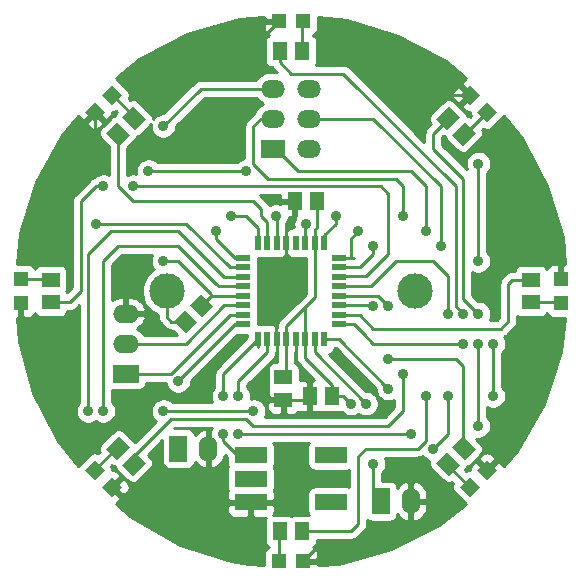
<source format=gtl>
%FSLAX34Y34*%
G04 Gerber Fmt 3.4, Leading zero omitted, Abs format*
G04 (created by PCBNEW (2013-jul-14)-product) date Sunday, 05 January 2014 05:56:02 pm*
%MOIN*%
G01*
G70*
G90*
G04 APERTURE LIST*
%ADD10C,0.005906*%
%ADD11C,0.118110*%
%ADD12R,0.051200X0.059000*%
%ADD13R,0.059000X0.051200*%
%ADD14R,0.078700X0.060000*%
%ADD15O,0.078700X0.060000*%
%ADD16R,0.086600X0.060000*%
%ADD17O,0.086600X0.060000*%
%ADD18R,0.060000X0.086600*%
%ADD19O,0.060000X0.086600*%
%ADD20R,0.047200X0.047200*%
%ADD21R,0.108268X0.055118*%
%ADD22R,0.021700X0.051200*%
%ADD23R,0.051200X0.021700*%
%ADD24C,0.035000*%
%ADD25C,0.010000*%
G04 APERTURE END LIST*
G54D10*
G54D11*
X72365Y-42000D03*
X80634Y-42000D03*
G54D12*
X76625Y-39000D03*
X77375Y-39000D03*
X77125Y-45500D03*
X77875Y-45500D03*
G54D13*
X76250Y-44875D03*
X76250Y-45625D03*
G54D14*
X75902Y-37250D03*
G54D15*
X77098Y-37250D03*
X75902Y-36250D03*
X77098Y-36250D03*
X75902Y-35250D03*
X77098Y-35250D03*
G54D16*
X71000Y-44750D03*
G54D17*
X71000Y-43750D03*
X71000Y-42750D03*
G54D18*
X79500Y-49000D03*
G54D19*
X80500Y-49000D03*
G54D18*
X72750Y-47250D03*
G54D19*
X73750Y-47250D03*
G54D20*
X67500Y-41587D03*
X67500Y-42413D03*
G54D10*
G36*
X70542Y-35124D02*
X70875Y-35457D01*
X70542Y-35791D01*
X70208Y-35457D01*
X70542Y-35124D01*
X70542Y-35124D01*
G37*
G36*
X69957Y-35708D02*
X70291Y-36042D01*
X69957Y-36375D01*
X69624Y-36042D01*
X69957Y-35708D01*
X69957Y-35708D01*
G37*
G36*
X69624Y-47957D02*
X69957Y-47624D01*
X70291Y-47957D01*
X69957Y-48291D01*
X69624Y-47957D01*
X69624Y-47957D01*
G37*
G36*
X70208Y-48542D02*
X70542Y-48208D01*
X70875Y-48542D01*
X70542Y-48875D01*
X70208Y-48542D01*
X70208Y-48542D01*
G37*
G54D20*
X76913Y-33000D03*
X76087Y-33000D03*
X76087Y-51000D03*
X76913Y-51000D03*
G54D10*
G36*
X83375Y-36042D02*
X83042Y-36375D01*
X82708Y-36042D01*
X83042Y-35708D01*
X83375Y-36042D01*
X83375Y-36042D01*
G37*
G36*
X82791Y-35457D02*
X82457Y-35791D01*
X82124Y-35457D01*
X82457Y-35124D01*
X82791Y-35457D01*
X82791Y-35457D01*
G37*
G36*
X82457Y-48875D02*
X82124Y-48542D01*
X82457Y-48208D01*
X82791Y-48542D01*
X82457Y-48875D01*
X82457Y-48875D01*
G37*
G36*
X83042Y-48291D02*
X82708Y-47957D01*
X83042Y-47624D01*
X83375Y-47957D01*
X83042Y-48291D01*
X83042Y-48291D01*
G37*
G54D20*
X85500Y-42413D03*
X85500Y-41587D03*
G54D10*
G36*
X72957Y-42625D02*
X73374Y-43042D01*
X73012Y-43404D01*
X72595Y-42987D01*
X72957Y-42625D01*
X72957Y-42625D01*
G37*
G36*
X73487Y-42095D02*
X73904Y-42512D01*
X73542Y-42874D01*
X73125Y-42457D01*
X73487Y-42095D01*
X73487Y-42095D01*
G37*
G54D13*
X68500Y-41625D03*
X68500Y-42375D03*
G54D10*
G36*
X71292Y-36624D02*
X70875Y-36207D01*
X71237Y-35845D01*
X71654Y-36262D01*
X71292Y-36624D01*
X71292Y-36624D01*
G37*
G36*
X70762Y-37154D02*
X70345Y-36737D01*
X70707Y-36375D01*
X71124Y-36792D01*
X70762Y-37154D01*
X70762Y-37154D01*
G37*
G36*
X71124Y-47207D02*
X70707Y-47624D01*
X70345Y-47262D01*
X70762Y-46845D01*
X71124Y-47207D01*
X71124Y-47207D01*
G37*
G36*
X71654Y-47737D02*
X71237Y-48154D01*
X70875Y-47792D01*
X71292Y-47375D01*
X71654Y-47737D01*
X71654Y-47737D01*
G37*
G54D12*
X76875Y-34000D03*
X76125Y-34000D03*
X76125Y-50000D03*
X76875Y-50000D03*
G54D10*
G36*
X81875Y-36792D02*
X82292Y-36375D01*
X82654Y-36737D01*
X82237Y-37154D01*
X81875Y-36792D01*
X81875Y-36792D01*
G37*
G36*
X81345Y-36262D02*
X81762Y-35845D01*
X82124Y-36207D01*
X81707Y-36624D01*
X81345Y-36262D01*
X81345Y-36262D01*
G37*
G36*
X81707Y-47375D02*
X82124Y-47792D01*
X81762Y-48154D01*
X81345Y-47737D01*
X81707Y-47375D01*
X81707Y-47375D01*
G37*
G36*
X82237Y-46845D02*
X82654Y-47262D01*
X82292Y-47624D01*
X81875Y-47207D01*
X82237Y-46845D01*
X82237Y-46845D01*
G37*
G54D13*
X84500Y-42375D03*
X84500Y-41625D03*
G54D21*
X75161Y-48250D03*
X75161Y-47462D03*
X77838Y-47462D03*
X75161Y-49037D03*
X77838Y-49037D03*
G54D22*
X76343Y-43614D03*
X76657Y-43614D03*
X76972Y-43614D03*
X77287Y-43614D03*
X77602Y-43614D03*
X75398Y-43614D03*
X75713Y-43614D03*
X76028Y-43614D03*
G54D23*
X78114Y-43102D03*
X78114Y-42787D03*
X78114Y-42472D03*
X78114Y-42157D03*
X78114Y-41843D03*
X78114Y-41528D03*
X78114Y-41213D03*
X78114Y-40898D03*
G54D22*
X77602Y-40386D03*
X77287Y-40386D03*
X76972Y-40386D03*
X76657Y-40386D03*
X76343Y-40386D03*
X76028Y-40386D03*
X75713Y-40386D03*
X75398Y-40386D03*
G54D23*
X74886Y-40898D03*
X74886Y-41213D03*
X74886Y-41528D03*
X74886Y-41843D03*
X74886Y-42157D03*
X74886Y-42472D03*
X74886Y-42787D03*
X74886Y-43102D03*
G54D24*
X78500Y-45750D03*
X72250Y-46000D03*
X75250Y-46000D03*
X75000Y-38000D03*
X71750Y-38000D03*
X70000Y-39750D03*
X74500Y-39500D03*
X74000Y-40000D03*
X79750Y-45250D03*
X82750Y-37750D03*
X82750Y-41000D03*
X70250Y-46000D03*
X69750Y-46000D03*
X81250Y-47250D03*
X83250Y-45500D03*
X81750Y-45500D03*
X77000Y-39750D03*
X83250Y-43750D03*
X74250Y-46750D03*
X74250Y-45500D03*
X76000Y-39500D03*
X82250Y-42750D03*
X82250Y-43750D03*
X74750Y-45500D03*
X74750Y-46750D03*
X80500Y-46750D03*
X82750Y-46500D03*
X82750Y-43750D03*
X82750Y-42750D03*
X81000Y-45500D03*
X81750Y-42750D03*
X79750Y-44250D03*
X79250Y-42500D03*
X80250Y-44750D03*
X79750Y-42500D03*
X71250Y-38500D03*
X70250Y-38500D03*
X81000Y-40000D03*
X78750Y-40000D03*
X79250Y-40500D03*
X81500Y-40500D03*
X80250Y-39500D03*
X78000Y-39500D03*
X72250Y-41000D03*
X72250Y-36500D03*
X84000Y-46750D03*
X74000Y-35750D03*
X73500Y-36500D03*
X71500Y-37500D03*
X73000Y-37500D03*
X75250Y-45250D03*
X68000Y-44250D03*
X74500Y-50750D03*
X84500Y-38000D03*
X80000Y-34000D03*
X73250Y-34000D03*
X68250Y-38500D03*
X79000Y-45750D03*
X79250Y-47750D03*
X72750Y-45000D03*
G54D25*
X78250Y-45500D02*
X78500Y-45750D01*
X77875Y-45500D02*
X78250Y-45500D01*
X75250Y-46000D02*
X72250Y-46000D01*
X76343Y-43614D02*
X76343Y-43157D01*
X76343Y-43157D02*
X76972Y-42528D01*
X77287Y-40386D02*
X77287Y-42213D01*
X77287Y-42213D02*
X76972Y-42528D01*
X76972Y-42528D02*
X76972Y-43614D01*
X75000Y-38000D02*
X71750Y-38000D01*
X77287Y-40386D02*
X77287Y-39963D01*
X77375Y-39875D02*
X77375Y-39000D01*
X77287Y-39963D02*
X77375Y-39875D01*
X72984Y-43015D02*
X72515Y-43015D01*
X72515Y-43015D02*
X72365Y-42865D01*
X72365Y-42865D02*
X72365Y-42000D01*
X76972Y-43614D02*
X76972Y-44222D01*
X76972Y-44222D02*
X77875Y-45125D01*
X77875Y-45125D02*
X77875Y-45500D01*
X76343Y-43614D02*
X76343Y-44782D01*
X76343Y-44782D02*
X76250Y-44875D01*
X73000Y-39750D02*
X70000Y-39750D01*
X74500Y-41213D02*
X74463Y-41213D01*
X74886Y-41213D02*
X74500Y-41213D01*
X74463Y-41213D02*
X73000Y-39750D01*
X75398Y-39898D02*
X75000Y-39500D01*
X75000Y-39500D02*
X74500Y-39500D01*
X75398Y-40386D02*
X75398Y-39898D01*
X74648Y-40898D02*
X74000Y-40250D01*
X74000Y-40250D02*
X74000Y-40000D01*
X74886Y-40898D02*
X74648Y-40898D01*
X78114Y-43614D02*
X79750Y-45250D01*
X77602Y-43614D02*
X78114Y-43614D01*
X82750Y-41000D02*
X82750Y-37750D01*
X72750Y-40500D02*
X70750Y-40500D01*
X74886Y-41843D02*
X74093Y-41843D01*
X74000Y-41750D02*
X74093Y-41843D01*
X72750Y-40500D02*
X74000Y-41750D01*
X70250Y-41000D02*
X70250Y-46000D01*
X70750Y-40500D02*
X70250Y-41000D01*
X72750Y-40000D02*
X70500Y-40000D01*
X69750Y-40750D02*
X69750Y-46000D01*
X70500Y-40000D02*
X69750Y-40750D01*
X74278Y-41528D02*
X72750Y-40000D01*
X74886Y-41528D02*
X74278Y-41528D01*
X74278Y-41528D02*
X74250Y-41500D01*
X81750Y-46750D02*
X81750Y-45500D01*
X81250Y-47250D02*
X81750Y-46750D01*
X83250Y-45500D02*
X83250Y-43750D01*
X76972Y-39778D02*
X77000Y-39750D01*
X76972Y-39778D02*
X76972Y-40386D01*
X74250Y-46750D02*
X74250Y-47000D01*
X74712Y-47462D02*
X75161Y-47462D01*
X74250Y-47000D02*
X74712Y-47462D01*
X75398Y-43614D02*
X74250Y-44762D01*
X74250Y-45500D02*
X74250Y-44762D01*
X75398Y-43614D02*
X75398Y-43852D01*
X76028Y-40386D02*
X76028Y-39528D01*
X76028Y-39528D02*
X76000Y-39500D01*
X83750Y-43000D02*
X83750Y-41750D01*
X83875Y-41625D02*
X84500Y-41625D01*
X83750Y-41750D02*
X83875Y-41625D01*
X78114Y-42787D02*
X78787Y-42787D01*
X83500Y-43250D02*
X83750Y-43000D01*
X79250Y-43250D02*
X83500Y-43250D01*
X78787Y-42787D02*
X79250Y-43250D01*
X84125Y-41625D02*
X84500Y-41625D01*
X84125Y-41625D02*
X84500Y-41625D01*
X84125Y-41625D02*
X84500Y-41625D01*
X82000Y-42500D02*
X82000Y-38500D01*
X78602Y-43102D02*
X79250Y-43750D01*
X76125Y-34375D02*
X76125Y-34000D01*
X76500Y-34750D02*
X76125Y-34375D01*
X77750Y-34750D02*
X76500Y-34750D01*
X82250Y-42750D02*
X82000Y-42500D01*
X79250Y-43750D02*
X82250Y-43750D01*
X78250Y-34750D02*
X77750Y-34750D01*
X82000Y-38500D02*
X78250Y-34750D01*
X78500Y-43102D02*
X78602Y-43102D01*
X78114Y-43102D02*
X78500Y-43102D01*
X78602Y-43102D02*
X79000Y-43500D01*
X74750Y-45500D02*
X74750Y-45000D01*
X75713Y-43614D02*
X75713Y-44037D01*
X75713Y-44037D02*
X74750Y-45000D01*
X80500Y-46750D02*
X74750Y-46750D01*
X82750Y-42750D02*
X82250Y-42250D01*
X82250Y-42250D02*
X82250Y-38250D01*
X81734Y-36265D02*
X81734Y-36234D01*
X81734Y-36265D02*
X81250Y-36750D01*
X81250Y-36750D02*
X81250Y-37250D01*
X81250Y-37250D02*
X82250Y-38250D01*
X82750Y-43750D02*
X82750Y-46500D01*
X75500Y-39500D02*
X75500Y-39250D01*
X75500Y-39250D02*
X75250Y-39000D01*
X75713Y-40386D02*
X75713Y-39713D01*
X75713Y-39713D02*
X75500Y-39500D01*
X71250Y-39000D02*
X70734Y-38484D01*
X75250Y-39000D02*
X71250Y-39000D01*
X70734Y-38484D02*
X70734Y-36765D01*
X81000Y-47000D02*
X80750Y-47250D01*
X81000Y-45500D02*
X81000Y-47000D01*
X76875Y-50000D02*
X78500Y-50000D01*
X79000Y-47250D02*
X80750Y-47250D01*
X78750Y-47500D02*
X79000Y-47250D01*
X78750Y-49750D02*
X78750Y-47500D01*
X78500Y-50000D02*
X78750Y-49750D01*
X79500Y-41500D02*
X80000Y-41000D01*
X81750Y-41500D02*
X81750Y-42750D01*
X81250Y-41000D02*
X81750Y-41500D01*
X80000Y-41000D02*
X81250Y-41000D01*
X78114Y-41843D02*
X79157Y-41843D01*
X79157Y-41843D02*
X79500Y-41500D01*
X82250Y-44500D02*
X82250Y-47219D01*
X82250Y-47219D02*
X82265Y-47234D01*
X82000Y-44250D02*
X82250Y-44500D01*
X79750Y-44250D02*
X82000Y-44250D01*
X78114Y-42472D02*
X79222Y-42472D01*
X79222Y-42472D02*
X79250Y-42500D01*
X75000Y-46250D02*
X75250Y-46500D01*
X79750Y-46500D02*
X80250Y-46000D01*
X75250Y-46500D02*
X79750Y-46500D01*
X80250Y-44750D02*
X80250Y-46000D01*
X78114Y-42157D02*
X79407Y-42157D01*
X79407Y-42157D02*
X79750Y-42500D01*
X71265Y-47484D02*
X71265Y-47765D01*
X72500Y-46250D02*
X71265Y-47484D01*
X75000Y-46250D02*
X72500Y-46250D01*
X71265Y-47765D02*
X71265Y-47734D01*
X79000Y-41500D02*
X79750Y-40750D01*
X79000Y-41500D02*
X78142Y-41500D01*
X78114Y-41528D02*
X78142Y-41500D01*
X79500Y-38500D02*
X71250Y-38500D01*
X79750Y-38750D02*
X79500Y-38500D01*
X79750Y-40750D02*
X79750Y-38750D01*
X68500Y-42375D02*
X69125Y-42375D01*
X70000Y-38500D02*
X70250Y-38500D01*
X69500Y-39000D02*
X70000Y-38500D01*
X69500Y-42000D02*
X69500Y-39000D01*
X69125Y-42375D02*
X69500Y-42000D01*
X78500Y-40898D02*
X78500Y-40250D01*
X76750Y-38000D02*
X76000Y-37250D01*
X80500Y-38000D02*
X76750Y-38000D01*
X81000Y-38500D02*
X80500Y-38000D01*
X81000Y-40000D02*
X81000Y-38500D01*
X78500Y-40250D02*
X78750Y-40000D01*
X78114Y-40898D02*
X78500Y-40898D01*
X78500Y-40898D02*
X78602Y-40898D01*
X81500Y-40500D02*
X81500Y-38500D01*
X78114Y-41213D02*
X78750Y-41213D01*
X79250Y-40750D02*
X79250Y-40500D01*
X78787Y-41213D02*
X79250Y-40750D01*
X78750Y-41213D02*
X78787Y-41213D01*
X79250Y-36250D02*
X77000Y-36250D01*
X81500Y-38500D02*
X79250Y-36250D01*
X71000Y-43750D02*
X73000Y-43750D01*
X74278Y-42472D02*
X74886Y-42472D01*
X73000Y-43750D02*
X74278Y-42472D01*
X75750Y-38250D02*
X75250Y-37750D01*
X80000Y-38250D02*
X75750Y-38250D01*
X75500Y-36250D02*
X76000Y-36250D01*
X75250Y-36500D02*
X75500Y-36250D01*
X75250Y-37750D02*
X75250Y-36500D01*
X80250Y-38500D02*
X80000Y-38250D01*
X77602Y-40386D02*
X77602Y-40148D01*
X77602Y-40148D02*
X78000Y-39750D01*
X78000Y-39750D02*
X78000Y-39500D01*
X80250Y-39500D02*
X80250Y-38500D01*
X74500Y-42787D02*
X74463Y-42787D01*
X74463Y-42787D02*
X72500Y-44750D01*
X72500Y-44750D02*
X71000Y-44750D01*
X74886Y-42787D02*
X74500Y-42787D01*
X72250Y-36500D02*
X73500Y-35250D01*
X73500Y-35250D02*
X76000Y-35250D01*
X73843Y-42093D02*
X72750Y-41000D01*
X72750Y-41000D02*
X72250Y-41000D01*
X73843Y-42093D02*
X73843Y-42157D01*
X74886Y-42157D02*
X73843Y-42157D01*
X73843Y-42157D02*
X73515Y-42484D01*
X84000Y-46750D02*
X84000Y-47000D01*
X84000Y-47000D02*
X83042Y-47957D01*
X74000Y-36000D02*
X74000Y-35750D01*
X73500Y-36500D02*
X74000Y-36000D01*
X73000Y-37500D02*
X71500Y-37500D01*
X76250Y-45625D02*
X75625Y-45625D01*
X75625Y-45625D02*
X75250Y-45250D01*
X67500Y-43750D02*
X67500Y-42413D01*
X68000Y-44250D02*
X67500Y-43750D01*
X76250Y-45625D02*
X77000Y-45625D01*
X77000Y-45625D02*
X77125Y-45500D01*
X76343Y-40386D02*
X76343Y-41157D01*
X76000Y-43586D02*
X76028Y-43614D01*
X76000Y-41500D02*
X76000Y-43586D01*
X76343Y-41157D02*
X76000Y-41500D01*
X73750Y-48500D02*
X73750Y-48750D01*
X74037Y-49037D02*
X75161Y-49037D01*
X73750Y-48750D02*
X74037Y-49037D01*
X80500Y-49000D02*
X80500Y-49750D01*
X77413Y-50500D02*
X76913Y-51000D01*
X79750Y-50500D02*
X77413Y-50500D01*
X80500Y-49750D02*
X79750Y-50500D01*
X73500Y-48750D02*
X73500Y-49750D01*
X73500Y-49750D02*
X74500Y-50750D01*
X73750Y-47250D02*
X73750Y-48500D01*
X70750Y-48750D02*
X70542Y-48542D01*
X73500Y-48750D02*
X70750Y-48750D01*
X73750Y-48500D02*
X73500Y-48750D01*
X85500Y-40000D02*
X85500Y-41587D01*
X84500Y-38000D02*
X84500Y-39000D01*
X84500Y-39000D02*
X85500Y-40000D01*
X81457Y-35457D02*
X82457Y-35457D01*
X80000Y-34000D02*
X81457Y-35457D01*
X75587Y-33500D02*
X76087Y-33000D01*
X73250Y-34000D02*
X73750Y-33500D01*
X73750Y-33500D02*
X75587Y-33500D01*
X69957Y-36792D02*
X69957Y-36042D01*
X68250Y-38500D02*
X69957Y-36792D01*
X76343Y-40386D02*
X76343Y-39907D01*
X76625Y-39625D02*
X76625Y-39000D01*
X76343Y-39907D02*
X76625Y-39625D01*
X76657Y-43614D02*
X76657Y-44407D01*
X76657Y-44407D02*
X77125Y-44875D01*
X77125Y-44875D02*
X77125Y-45500D01*
X75750Y-45500D02*
X75750Y-44500D01*
X75750Y-45500D02*
X75875Y-45625D01*
X75875Y-45625D02*
X76250Y-45625D01*
X76028Y-44222D02*
X75750Y-44500D01*
X76028Y-43614D02*
X76028Y-44222D01*
X79250Y-47750D02*
X79250Y-48750D01*
X77287Y-44037D02*
X79000Y-45750D01*
X77287Y-43614D02*
X77287Y-44037D01*
X79250Y-48750D02*
X79500Y-49000D01*
X74886Y-43102D02*
X74648Y-43102D01*
X74648Y-43102D02*
X72750Y-45000D01*
X67500Y-41587D02*
X68462Y-41587D01*
X68462Y-41587D02*
X68500Y-41625D01*
X82265Y-36765D02*
X82318Y-36765D01*
X82318Y-36765D02*
X83042Y-36042D01*
X81734Y-47765D02*
X81734Y-47818D01*
X81734Y-47818D02*
X82457Y-48542D01*
X84500Y-42375D02*
X85462Y-42375D01*
X85462Y-42375D02*
X85500Y-42413D01*
X71265Y-36234D02*
X71265Y-36181D01*
X71265Y-36181D02*
X70542Y-35457D01*
X70734Y-47234D02*
X70681Y-47234D01*
X70681Y-47234D02*
X69957Y-47957D01*
X76875Y-34000D02*
X76875Y-33038D01*
X76875Y-33038D02*
X76913Y-33000D01*
X76087Y-51000D02*
X76087Y-50038D01*
X76087Y-50038D02*
X76125Y-50000D01*
G54D10*
G36*
X70694Y-36034D02*
X70681Y-36047D01*
X70654Y-36088D01*
X70635Y-36134D01*
X70635Y-36135D01*
X70634Y-36135D01*
X70588Y-36154D01*
X70547Y-36181D01*
X70513Y-36216D01*
X70222Y-36507D01*
X70222Y-36465D01*
X70222Y-36376D01*
X69957Y-36112D01*
X69693Y-36376D01*
X69693Y-36465D01*
X69763Y-36535D01*
X69798Y-36569D01*
X69839Y-36597D01*
X69885Y-36616D01*
X69933Y-36625D01*
X69982Y-36625D01*
X70030Y-36616D01*
X70076Y-36597D01*
X70117Y-36569D01*
X70222Y-36465D01*
X70222Y-36507D01*
X70151Y-36578D01*
X70123Y-36619D01*
X70104Y-36664D01*
X70095Y-36712D01*
X70095Y-36762D01*
X70104Y-36810D01*
X70123Y-36856D01*
X70151Y-36896D01*
X70185Y-36931D01*
X70434Y-37180D01*
X70434Y-38116D01*
X70376Y-38092D01*
X70294Y-38075D01*
X70211Y-38074D01*
X70129Y-38090D01*
X70052Y-38121D01*
X69982Y-38167D01*
X69943Y-38205D01*
X69941Y-38205D01*
X69915Y-38213D01*
X69888Y-38221D01*
X69887Y-38222D01*
X69885Y-38222D01*
X69861Y-38235D01*
X69836Y-38248D01*
X69835Y-38249D01*
X69833Y-38250D01*
X69812Y-38267D01*
X69790Y-38284D01*
X69788Y-38287D01*
X69788Y-38287D01*
X69788Y-38287D01*
X69787Y-38287D01*
X69287Y-38787D01*
X69270Y-38809D01*
X69252Y-38830D01*
X69251Y-38831D01*
X69250Y-38833D01*
X69237Y-38857D01*
X69224Y-38881D01*
X69223Y-38883D01*
X69223Y-38884D01*
X69214Y-38911D01*
X69206Y-38937D01*
X69206Y-38939D01*
X69205Y-38940D01*
X69203Y-38968D01*
X69200Y-38995D01*
X69200Y-38998D01*
X69200Y-38998D01*
X69200Y-38999D01*
X69200Y-39000D01*
X69200Y-41875D01*
X69033Y-42042D01*
X69016Y-42000D01*
X69016Y-42000D01*
X69016Y-41999D01*
X69035Y-41953D01*
X69045Y-41905D01*
X69045Y-41856D01*
X69045Y-41344D01*
X69035Y-41296D01*
X69016Y-41250D01*
X68989Y-41209D01*
X68954Y-41174D01*
X68913Y-41147D01*
X68867Y-41128D01*
X68819Y-41119D01*
X68770Y-41119D01*
X68180Y-41119D01*
X68132Y-41128D01*
X68086Y-41147D01*
X68045Y-41174D01*
X68010Y-41209D01*
X67983Y-41250D01*
X67974Y-41272D01*
X67957Y-41232D01*
X67930Y-41191D01*
X67895Y-41156D01*
X67854Y-41129D01*
X67808Y-41110D01*
X67760Y-41101D01*
X67711Y-41101D01*
X67356Y-41101D01*
X67471Y-40080D01*
X68016Y-38363D01*
X68883Y-36785D01*
X69405Y-36164D01*
X69430Y-36201D01*
X69464Y-36236D01*
X69534Y-36306D01*
X69623Y-36306D01*
X69887Y-36042D01*
X69881Y-36036D01*
X69952Y-35965D01*
X69957Y-35971D01*
X69963Y-35965D01*
X70034Y-36036D01*
X70028Y-36042D01*
X70292Y-36306D01*
X70381Y-36306D01*
X70485Y-36201D01*
X70513Y-36160D01*
X70532Y-36114D01*
X70541Y-36066D01*
X70541Y-36041D01*
X70566Y-36041D01*
X70614Y-36032D01*
X70660Y-36013D01*
X70668Y-36008D01*
X70694Y-36034D01*
X70694Y-36034D01*
G37*
G54D25*
X70694Y-36034D02*
X70681Y-36047D01*
X70654Y-36088D01*
X70635Y-36134D01*
X70635Y-36135D01*
X70634Y-36135D01*
X70588Y-36154D01*
X70547Y-36181D01*
X70513Y-36216D01*
X70222Y-36507D01*
X70222Y-36465D01*
X70222Y-36376D01*
X69957Y-36112D01*
X69693Y-36376D01*
X69693Y-36465D01*
X69763Y-36535D01*
X69798Y-36569D01*
X69839Y-36597D01*
X69885Y-36616D01*
X69933Y-36625D01*
X69982Y-36625D01*
X70030Y-36616D01*
X70076Y-36597D01*
X70117Y-36569D01*
X70222Y-36465D01*
X70222Y-36507D01*
X70151Y-36578D01*
X70123Y-36619D01*
X70104Y-36664D01*
X70095Y-36712D01*
X70095Y-36762D01*
X70104Y-36810D01*
X70123Y-36856D01*
X70151Y-36896D01*
X70185Y-36931D01*
X70434Y-37180D01*
X70434Y-38116D01*
X70376Y-38092D01*
X70294Y-38075D01*
X70211Y-38074D01*
X70129Y-38090D01*
X70052Y-38121D01*
X69982Y-38167D01*
X69943Y-38205D01*
X69941Y-38205D01*
X69915Y-38213D01*
X69888Y-38221D01*
X69887Y-38222D01*
X69885Y-38222D01*
X69861Y-38235D01*
X69836Y-38248D01*
X69835Y-38249D01*
X69833Y-38250D01*
X69812Y-38267D01*
X69790Y-38284D01*
X69788Y-38287D01*
X69788Y-38287D01*
X69788Y-38287D01*
X69787Y-38287D01*
X69287Y-38787D01*
X69270Y-38809D01*
X69252Y-38830D01*
X69251Y-38831D01*
X69250Y-38833D01*
X69237Y-38857D01*
X69224Y-38881D01*
X69223Y-38883D01*
X69223Y-38884D01*
X69214Y-38911D01*
X69206Y-38937D01*
X69206Y-38939D01*
X69205Y-38940D01*
X69203Y-38968D01*
X69200Y-38995D01*
X69200Y-38998D01*
X69200Y-38998D01*
X69200Y-38999D01*
X69200Y-39000D01*
X69200Y-41875D01*
X69033Y-42042D01*
X69016Y-42000D01*
X69016Y-42000D01*
X69016Y-41999D01*
X69035Y-41953D01*
X69045Y-41905D01*
X69045Y-41856D01*
X69045Y-41344D01*
X69035Y-41296D01*
X69016Y-41250D01*
X68989Y-41209D01*
X68954Y-41174D01*
X68913Y-41147D01*
X68867Y-41128D01*
X68819Y-41119D01*
X68770Y-41119D01*
X68180Y-41119D01*
X68132Y-41128D01*
X68086Y-41147D01*
X68045Y-41174D01*
X68010Y-41209D01*
X67983Y-41250D01*
X67974Y-41272D01*
X67957Y-41232D01*
X67930Y-41191D01*
X67895Y-41156D01*
X67854Y-41129D01*
X67808Y-41110D01*
X67760Y-41101D01*
X67711Y-41101D01*
X67356Y-41101D01*
X67471Y-40080D01*
X68016Y-38363D01*
X68883Y-36785D01*
X69405Y-36164D01*
X69430Y-36201D01*
X69464Y-36236D01*
X69534Y-36306D01*
X69623Y-36306D01*
X69887Y-36042D01*
X69881Y-36036D01*
X69952Y-35965D01*
X69957Y-35971D01*
X69963Y-35965D01*
X70034Y-36036D01*
X70028Y-36042D01*
X70292Y-36306D01*
X70381Y-36306D01*
X70485Y-36201D01*
X70513Y-36160D01*
X70532Y-36114D01*
X70541Y-36066D01*
X70541Y-36041D01*
X70566Y-36041D01*
X70614Y-36032D01*
X70660Y-36013D01*
X70668Y-36008D01*
X70694Y-36034D01*
G54D10*
G36*
X72704Y-43450D02*
X71597Y-43450D01*
X71596Y-43448D01*
X71529Y-43365D01*
X71447Y-43296D01*
X71362Y-43249D01*
X71389Y-43238D01*
X71480Y-43179D01*
X71557Y-43103D01*
X71618Y-43013D01*
X71660Y-42914D01*
X71666Y-42885D01*
X71666Y-42614D01*
X71660Y-42585D01*
X71618Y-42486D01*
X71557Y-42396D01*
X71480Y-42320D01*
X71389Y-42261D01*
X71289Y-42220D01*
X71183Y-42200D01*
X71050Y-42200D01*
X71050Y-42700D01*
X71617Y-42700D01*
X71666Y-42614D01*
X71666Y-42885D01*
X71617Y-42800D01*
X71050Y-42800D01*
X71050Y-42807D01*
X70950Y-42807D01*
X70950Y-42800D01*
X70942Y-42800D01*
X70942Y-42700D01*
X70950Y-42700D01*
X70950Y-42200D01*
X70817Y-42200D01*
X70710Y-42220D01*
X70610Y-42261D01*
X70550Y-42300D01*
X70550Y-41124D01*
X70874Y-40800D01*
X71873Y-40800D01*
X71842Y-40870D01*
X71825Y-40952D01*
X71824Y-41035D01*
X71839Y-41117D01*
X71870Y-41195D01*
X71915Y-41265D01*
X71930Y-41280D01*
X71836Y-41341D01*
X71718Y-41457D01*
X71625Y-41593D01*
X71560Y-41744D01*
X71526Y-41905D01*
X71524Y-42070D01*
X71554Y-42232D01*
X71614Y-42386D01*
X71704Y-42524D01*
X71818Y-42643D01*
X71953Y-42737D01*
X72065Y-42786D01*
X72065Y-42865D01*
X72068Y-42893D01*
X72071Y-42921D01*
X72071Y-42922D01*
X72071Y-42924D01*
X72079Y-42950D01*
X72087Y-42977D01*
X72088Y-42978D01*
X72088Y-42980D01*
X72101Y-43004D01*
X72114Y-43029D01*
X72115Y-43030D01*
X72116Y-43032D01*
X72133Y-43053D01*
X72150Y-43075D01*
X72153Y-43077D01*
X72153Y-43077D01*
X72153Y-43077D01*
X72153Y-43078D01*
X72303Y-43227D01*
X72324Y-43244D01*
X72345Y-43262D01*
X72347Y-43263D01*
X72348Y-43264D01*
X72372Y-43277D01*
X72396Y-43290D01*
X72398Y-43291D01*
X72399Y-43292D01*
X72426Y-43300D01*
X72452Y-43308D01*
X72454Y-43308D01*
X72455Y-43309D01*
X72483Y-43312D01*
X72510Y-43315D01*
X72514Y-43315D01*
X72514Y-43315D01*
X72514Y-43315D01*
X72515Y-43315D01*
X72569Y-43315D01*
X72704Y-43450D01*
X72704Y-43450D01*
G37*
G54D25*
X72704Y-43450D02*
X71597Y-43450D01*
X71596Y-43448D01*
X71529Y-43365D01*
X71447Y-43296D01*
X71362Y-43249D01*
X71389Y-43238D01*
X71480Y-43179D01*
X71557Y-43103D01*
X71618Y-43013D01*
X71660Y-42914D01*
X71666Y-42885D01*
X71666Y-42614D01*
X71660Y-42585D01*
X71618Y-42486D01*
X71557Y-42396D01*
X71480Y-42320D01*
X71389Y-42261D01*
X71289Y-42220D01*
X71183Y-42200D01*
X71050Y-42200D01*
X71050Y-42700D01*
X71617Y-42700D01*
X71666Y-42614D01*
X71666Y-42885D01*
X71617Y-42800D01*
X71050Y-42800D01*
X71050Y-42807D01*
X70950Y-42807D01*
X70950Y-42800D01*
X70942Y-42800D01*
X70942Y-42700D01*
X70950Y-42700D01*
X70950Y-42200D01*
X70817Y-42200D01*
X70710Y-42220D01*
X70610Y-42261D01*
X70550Y-42300D01*
X70550Y-41124D01*
X70874Y-40800D01*
X71873Y-40800D01*
X71842Y-40870D01*
X71825Y-40952D01*
X71824Y-41035D01*
X71839Y-41117D01*
X71870Y-41195D01*
X71915Y-41265D01*
X71930Y-41280D01*
X71836Y-41341D01*
X71718Y-41457D01*
X71625Y-41593D01*
X71560Y-41744D01*
X71526Y-41905D01*
X71524Y-42070D01*
X71554Y-42232D01*
X71614Y-42386D01*
X71704Y-42524D01*
X71818Y-42643D01*
X71953Y-42737D01*
X72065Y-42786D01*
X72065Y-42865D01*
X72068Y-42893D01*
X72071Y-42921D01*
X72071Y-42922D01*
X72071Y-42924D01*
X72079Y-42950D01*
X72087Y-42977D01*
X72088Y-42978D01*
X72088Y-42980D01*
X72101Y-43004D01*
X72114Y-43029D01*
X72115Y-43030D01*
X72116Y-43032D01*
X72133Y-43053D01*
X72150Y-43075D01*
X72153Y-43077D01*
X72153Y-43077D01*
X72153Y-43077D01*
X72153Y-43078D01*
X72303Y-43227D01*
X72324Y-43244D01*
X72345Y-43262D01*
X72347Y-43263D01*
X72348Y-43264D01*
X72372Y-43277D01*
X72396Y-43290D01*
X72398Y-43291D01*
X72399Y-43292D01*
X72426Y-43300D01*
X72452Y-43308D01*
X72454Y-43308D01*
X72455Y-43309D01*
X72483Y-43312D01*
X72510Y-43315D01*
X72514Y-43315D01*
X72514Y-43315D01*
X72514Y-43315D01*
X72515Y-43315D01*
X72569Y-43315D01*
X72704Y-43450D01*
G54D10*
G36*
X75039Y-43548D02*
X74037Y-44549D01*
X74020Y-44571D01*
X74002Y-44592D01*
X74001Y-44593D01*
X74000Y-44595D01*
X73987Y-44619D01*
X73974Y-44643D01*
X73973Y-44645D01*
X73973Y-44646D01*
X73964Y-44673D01*
X73956Y-44699D01*
X73956Y-44701D01*
X73955Y-44702D01*
X73953Y-44730D01*
X73950Y-44757D01*
X73950Y-44760D01*
X73950Y-44760D01*
X73950Y-44761D01*
X73950Y-44762D01*
X73950Y-45198D01*
X73922Y-45225D01*
X73875Y-45294D01*
X73842Y-45370D01*
X73825Y-45452D01*
X73824Y-45535D01*
X73839Y-45617D01*
X73870Y-45695D01*
X73873Y-45700D01*
X72551Y-45700D01*
X72522Y-45670D01*
X72453Y-45624D01*
X72376Y-45592D01*
X72294Y-45575D01*
X72211Y-45574D01*
X72129Y-45590D01*
X72052Y-45621D01*
X71982Y-45667D01*
X71922Y-45725D01*
X71875Y-45794D01*
X71842Y-45870D01*
X71825Y-45952D01*
X71824Y-46035D01*
X71839Y-46117D01*
X71870Y-46195D01*
X71915Y-46265D01*
X71973Y-46325D01*
X71989Y-46336D01*
X71298Y-47027D01*
X71283Y-47013D01*
X70921Y-46651D01*
X70880Y-46623D01*
X70835Y-46604D01*
X70787Y-46595D01*
X70737Y-46595D01*
X70689Y-46604D01*
X70643Y-46623D01*
X70603Y-46651D01*
X70568Y-46685D01*
X70151Y-47103D01*
X70123Y-47143D01*
X70104Y-47189D01*
X70095Y-47237D01*
X70095Y-47287D01*
X70104Y-47335D01*
X70119Y-47371D01*
X70083Y-47407D01*
X70076Y-47402D01*
X70030Y-47383D01*
X69982Y-47374D01*
X69933Y-47374D01*
X69885Y-47383D01*
X69839Y-47402D01*
X69798Y-47430D01*
X69763Y-47464D01*
X69430Y-47798D01*
X69404Y-47836D01*
X68741Y-47000D01*
X67917Y-45397D01*
X67421Y-43666D01*
X67356Y-42899D01*
X67387Y-42899D01*
X67450Y-42836D01*
X67450Y-42463D01*
X67442Y-42463D01*
X67442Y-42363D01*
X67450Y-42363D01*
X67450Y-42355D01*
X67550Y-42355D01*
X67550Y-42363D01*
X67557Y-42363D01*
X67557Y-42463D01*
X67550Y-42463D01*
X67550Y-42836D01*
X67612Y-42899D01*
X67711Y-42899D01*
X67760Y-42899D01*
X67808Y-42889D01*
X67854Y-42870D01*
X67895Y-42843D01*
X67930Y-42808D01*
X67957Y-42767D01*
X67974Y-42727D01*
X67983Y-42749D01*
X68010Y-42790D01*
X68045Y-42825D01*
X68086Y-42852D01*
X68132Y-42871D01*
X68180Y-42881D01*
X68229Y-42881D01*
X68819Y-42881D01*
X68867Y-42871D01*
X68913Y-42852D01*
X68954Y-42825D01*
X68989Y-42790D01*
X69016Y-42749D01*
X69035Y-42703D01*
X69041Y-42675D01*
X69125Y-42675D01*
X69152Y-42672D01*
X69180Y-42669D01*
X69181Y-42669D01*
X69183Y-42669D01*
X69209Y-42661D01*
X69236Y-42653D01*
X69237Y-42652D01*
X69239Y-42652D01*
X69263Y-42639D01*
X69288Y-42626D01*
X69289Y-42625D01*
X69291Y-42624D01*
X69312Y-42607D01*
X69334Y-42590D01*
X69336Y-42587D01*
X69336Y-42587D01*
X69336Y-42587D01*
X69337Y-42587D01*
X69450Y-42474D01*
X69450Y-45698D01*
X69422Y-45725D01*
X69375Y-45794D01*
X69342Y-45870D01*
X69325Y-45952D01*
X69324Y-46035D01*
X69339Y-46117D01*
X69370Y-46195D01*
X69415Y-46265D01*
X69473Y-46325D01*
X69541Y-46372D01*
X69618Y-46406D01*
X69699Y-46424D01*
X69782Y-46425D01*
X69864Y-46411D01*
X69942Y-46381D01*
X70000Y-46344D01*
X70041Y-46372D01*
X70118Y-46406D01*
X70199Y-46424D01*
X70282Y-46425D01*
X70364Y-46411D01*
X70442Y-46381D01*
X70512Y-46336D01*
X70573Y-46279D01*
X70621Y-46210D01*
X70655Y-46134D01*
X70673Y-46053D01*
X70675Y-45958D01*
X70658Y-45876D01*
X70627Y-45799D01*
X70580Y-45730D01*
X70550Y-45698D01*
X70550Y-45300D01*
X70591Y-45300D01*
X71457Y-45300D01*
X71505Y-45290D01*
X71551Y-45271D01*
X71592Y-45244D01*
X71627Y-45209D01*
X71654Y-45168D01*
X71673Y-45122D01*
X71683Y-45074D01*
X71683Y-45050D01*
X72327Y-45050D01*
X72339Y-45117D01*
X72370Y-45195D01*
X72415Y-45265D01*
X72473Y-45325D01*
X72541Y-45372D01*
X72618Y-45406D01*
X72699Y-45424D01*
X72782Y-45425D01*
X72864Y-45411D01*
X72942Y-45381D01*
X73012Y-45336D01*
X73073Y-45279D01*
X73121Y-45210D01*
X73155Y-45134D01*
X73173Y-45053D01*
X73174Y-44999D01*
X74713Y-43460D01*
X75039Y-43460D01*
X75039Y-43548D01*
X75039Y-43548D01*
G37*
G54D25*
X75039Y-43548D02*
X74037Y-44549D01*
X74020Y-44571D01*
X74002Y-44592D01*
X74001Y-44593D01*
X74000Y-44595D01*
X73987Y-44619D01*
X73974Y-44643D01*
X73973Y-44645D01*
X73973Y-44646D01*
X73964Y-44673D01*
X73956Y-44699D01*
X73956Y-44701D01*
X73955Y-44702D01*
X73953Y-44730D01*
X73950Y-44757D01*
X73950Y-44760D01*
X73950Y-44760D01*
X73950Y-44761D01*
X73950Y-44762D01*
X73950Y-45198D01*
X73922Y-45225D01*
X73875Y-45294D01*
X73842Y-45370D01*
X73825Y-45452D01*
X73824Y-45535D01*
X73839Y-45617D01*
X73870Y-45695D01*
X73873Y-45700D01*
X72551Y-45700D01*
X72522Y-45670D01*
X72453Y-45624D01*
X72376Y-45592D01*
X72294Y-45575D01*
X72211Y-45574D01*
X72129Y-45590D01*
X72052Y-45621D01*
X71982Y-45667D01*
X71922Y-45725D01*
X71875Y-45794D01*
X71842Y-45870D01*
X71825Y-45952D01*
X71824Y-46035D01*
X71839Y-46117D01*
X71870Y-46195D01*
X71915Y-46265D01*
X71973Y-46325D01*
X71989Y-46336D01*
X71298Y-47027D01*
X71283Y-47013D01*
X70921Y-46651D01*
X70880Y-46623D01*
X70835Y-46604D01*
X70787Y-46595D01*
X70737Y-46595D01*
X70689Y-46604D01*
X70643Y-46623D01*
X70603Y-46651D01*
X70568Y-46685D01*
X70151Y-47103D01*
X70123Y-47143D01*
X70104Y-47189D01*
X70095Y-47237D01*
X70095Y-47287D01*
X70104Y-47335D01*
X70119Y-47371D01*
X70083Y-47407D01*
X70076Y-47402D01*
X70030Y-47383D01*
X69982Y-47374D01*
X69933Y-47374D01*
X69885Y-47383D01*
X69839Y-47402D01*
X69798Y-47430D01*
X69763Y-47464D01*
X69430Y-47798D01*
X69404Y-47836D01*
X68741Y-47000D01*
X67917Y-45397D01*
X67421Y-43666D01*
X67356Y-42899D01*
X67387Y-42899D01*
X67450Y-42836D01*
X67450Y-42463D01*
X67442Y-42463D01*
X67442Y-42363D01*
X67450Y-42363D01*
X67450Y-42355D01*
X67550Y-42355D01*
X67550Y-42363D01*
X67557Y-42363D01*
X67557Y-42463D01*
X67550Y-42463D01*
X67550Y-42836D01*
X67612Y-42899D01*
X67711Y-42899D01*
X67760Y-42899D01*
X67808Y-42889D01*
X67854Y-42870D01*
X67895Y-42843D01*
X67930Y-42808D01*
X67957Y-42767D01*
X67974Y-42727D01*
X67983Y-42749D01*
X68010Y-42790D01*
X68045Y-42825D01*
X68086Y-42852D01*
X68132Y-42871D01*
X68180Y-42881D01*
X68229Y-42881D01*
X68819Y-42881D01*
X68867Y-42871D01*
X68913Y-42852D01*
X68954Y-42825D01*
X68989Y-42790D01*
X69016Y-42749D01*
X69035Y-42703D01*
X69041Y-42675D01*
X69125Y-42675D01*
X69152Y-42672D01*
X69180Y-42669D01*
X69181Y-42669D01*
X69183Y-42669D01*
X69209Y-42661D01*
X69236Y-42653D01*
X69237Y-42652D01*
X69239Y-42652D01*
X69263Y-42639D01*
X69288Y-42626D01*
X69289Y-42625D01*
X69291Y-42624D01*
X69312Y-42607D01*
X69334Y-42590D01*
X69336Y-42587D01*
X69336Y-42587D01*
X69336Y-42587D01*
X69337Y-42587D01*
X69450Y-42474D01*
X69450Y-45698D01*
X69422Y-45725D01*
X69375Y-45794D01*
X69342Y-45870D01*
X69325Y-45952D01*
X69324Y-46035D01*
X69339Y-46117D01*
X69370Y-46195D01*
X69415Y-46265D01*
X69473Y-46325D01*
X69541Y-46372D01*
X69618Y-46406D01*
X69699Y-46424D01*
X69782Y-46425D01*
X69864Y-46411D01*
X69942Y-46381D01*
X70000Y-46344D01*
X70041Y-46372D01*
X70118Y-46406D01*
X70199Y-46424D01*
X70282Y-46425D01*
X70364Y-46411D01*
X70442Y-46381D01*
X70512Y-46336D01*
X70573Y-46279D01*
X70621Y-46210D01*
X70655Y-46134D01*
X70673Y-46053D01*
X70675Y-45958D01*
X70658Y-45876D01*
X70627Y-45799D01*
X70580Y-45730D01*
X70550Y-45698D01*
X70550Y-45300D01*
X70591Y-45300D01*
X71457Y-45300D01*
X71505Y-45290D01*
X71551Y-45271D01*
X71592Y-45244D01*
X71627Y-45209D01*
X71654Y-45168D01*
X71673Y-45122D01*
X71683Y-45074D01*
X71683Y-45050D01*
X72327Y-45050D01*
X72339Y-45117D01*
X72370Y-45195D01*
X72415Y-45265D01*
X72473Y-45325D01*
X72541Y-45372D01*
X72618Y-45406D01*
X72699Y-45424D01*
X72782Y-45425D01*
X72864Y-45411D01*
X72942Y-45381D01*
X73012Y-45336D01*
X73073Y-45279D01*
X73121Y-45210D01*
X73155Y-45134D01*
X73173Y-45053D01*
X73174Y-44999D01*
X74713Y-43460D01*
X75039Y-43460D01*
X75039Y-43548D01*
G54D10*
G36*
X75579Y-35750D02*
X75501Y-35791D01*
X75417Y-35859D01*
X75349Y-35942D01*
X75305Y-36022D01*
X75290Y-36034D01*
X75288Y-36037D01*
X75288Y-36037D01*
X75288Y-36037D01*
X75287Y-36037D01*
X75037Y-36287D01*
X75020Y-36309D01*
X75002Y-36330D01*
X75001Y-36331D01*
X75000Y-36333D01*
X74987Y-36357D01*
X74974Y-36381D01*
X74973Y-36383D01*
X74973Y-36384D01*
X74964Y-36411D01*
X74956Y-36437D01*
X74956Y-36439D01*
X74955Y-36440D01*
X74953Y-36468D01*
X74950Y-36495D01*
X74950Y-36498D01*
X74950Y-36498D01*
X74950Y-36499D01*
X74950Y-36500D01*
X74950Y-37576D01*
X74879Y-37590D01*
X74802Y-37621D01*
X74732Y-37667D01*
X74698Y-37700D01*
X72051Y-37700D01*
X72022Y-37670D01*
X71953Y-37624D01*
X71876Y-37592D01*
X71794Y-37575D01*
X71711Y-37574D01*
X71629Y-37590D01*
X71552Y-37621D01*
X71482Y-37667D01*
X71422Y-37725D01*
X71375Y-37794D01*
X71342Y-37870D01*
X71325Y-37952D01*
X71324Y-38035D01*
X71333Y-38083D01*
X71294Y-38075D01*
X71211Y-38074D01*
X71129Y-38090D01*
X71052Y-38121D01*
X71034Y-38132D01*
X71034Y-37235D01*
X71318Y-36952D01*
X71345Y-36911D01*
X71364Y-36865D01*
X71364Y-36864D01*
X71365Y-36864D01*
X71411Y-36845D01*
X71452Y-36818D01*
X71486Y-36783D01*
X71827Y-36443D01*
X71825Y-36452D01*
X71824Y-36535D01*
X71839Y-36617D01*
X71870Y-36695D01*
X71915Y-36765D01*
X71973Y-36825D01*
X72041Y-36872D01*
X72118Y-36906D01*
X72199Y-36924D01*
X72282Y-36925D01*
X72364Y-36911D01*
X72442Y-36881D01*
X72512Y-36836D01*
X72573Y-36779D01*
X72621Y-36710D01*
X72655Y-36634D01*
X72673Y-36553D01*
X72674Y-36499D01*
X73624Y-35550D01*
X75344Y-35550D01*
X75345Y-35551D01*
X75412Y-35634D01*
X75494Y-35703D01*
X75579Y-35750D01*
X75579Y-35750D01*
G37*
G54D25*
X75579Y-35750D02*
X75501Y-35791D01*
X75417Y-35859D01*
X75349Y-35942D01*
X75305Y-36022D01*
X75290Y-36034D01*
X75288Y-36037D01*
X75288Y-36037D01*
X75288Y-36037D01*
X75287Y-36037D01*
X75037Y-36287D01*
X75020Y-36309D01*
X75002Y-36330D01*
X75001Y-36331D01*
X75000Y-36333D01*
X74987Y-36357D01*
X74974Y-36381D01*
X74973Y-36383D01*
X74973Y-36384D01*
X74964Y-36411D01*
X74956Y-36437D01*
X74956Y-36439D01*
X74955Y-36440D01*
X74953Y-36468D01*
X74950Y-36495D01*
X74950Y-36498D01*
X74950Y-36498D01*
X74950Y-36499D01*
X74950Y-36500D01*
X74950Y-37576D01*
X74879Y-37590D01*
X74802Y-37621D01*
X74732Y-37667D01*
X74698Y-37700D01*
X72051Y-37700D01*
X72022Y-37670D01*
X71953Y-37624D01*
X71876Y-37592D01*
X71794Y-37575D01*
X71711Y-37574D01*
X71629Y-37590D01*
X71552Y-37621D01*
X71482Y-37667D01*
X71422Y-37725D01*
X71375Y-37794D01*
X71342Y-37870D01*
X71325Y-37952D01*
X71324Y-38035D01*
X71333Y-38083D01*
X71294Y-38075D01*
X71211Y-38074D01*
X71129Y-38090D01*
X71052Y-38121D01*
X71034Y-38132D01*
X71034Y-37235D01*
X71318Y-36952D01*
X71345Y-36911D01*
X71364Y-36865D01*
X71364Y-36864D01*
X71365Y-36864D01*
X71411Y-36845D01*
X71452Y-36818D01*
X71486Y-36783D01*
X71827Y-36443D01*
X71825Y-36452D01*
X71824Y-36535D01*
X71839Y-36617D01*
X71870Y-36695D01*
X71915Y-36765D01*
X71973Y-36825D01*
X72041Y-36872D01*
X72118Y-36906D01*
X72199Y-36924D01*
X72282Y-36925D01*
X72364Y-36911D01*
X72442Y-36881D01*
X72512Y-36836D01*
X72573Y-36779D01*
X72621Y-36710D01*
X72655Y-36634D01*
X72673Y-36553D01*
X72674Y-36499D01*
X73624Y-35550D01*
X75344Y-35550D01*
X75345Y-35551D01*
X75412Y-35634D01*
X75494Y-35703D01*
X75579Y-35750D01*
G54D10*
G36*
X76144Y-33050D02*
X76137Y-33050D01*
X76137Y-33057D01*
X76037Y-33057D01*
X76037Y-33050D01*
X75663Y-33050D01*
X75601Y-33112D01*
X75601Y-33211D01*
X75601Y-33260D01*
X75610Y-33308D01*
X75629Y-33354D01*
X75656Y-33395D01*
X75691Y-33430D01*
X75732Y-33457D01*
X75772Y-33474D01*
X75750Y-33483D01*
X75709Y-33510D01*
X75674Y-33545D01*
X75647Y-33586D01*
X75628Y-33632D01*
X75619Y-33680D01*
X75619Y-33729D01*
X75619Y-34319D01*
X75628Y-34367D01*
X75647Y-34413D01*
X75674Y-34454D01*
X75709Y-34489D01*
X75750Y-34516D01*
X75796Y-34535D01*
X75844Y-34545D01*
X75878Y-34545D01*
X75892Y-34562D01*
X75909Y-34584D01*
X75912Y-34586D01*
X75912Y-34586D01*
X75912Y-34586D01*
X75912Y-34587D01*
X76028Y-34702D01*
X76006Y-34700D01*
X75998Y-34700D01*
X75805Y-34700D01*
X75698Y-34710D01*
X75595Y-34741D01*
X75501Y-34791D01*
X75417Y-34859D01*
X75349Y-34942D01*
X75345Y-34950D01*
X73500Y-34950D01*
X73472Y-34952D01*
X73444Y-34955D01*
X73443Y-34955D01*
X73441Y-34955D01*
X73415Y-34963D01*
X73388Y-34971D01*
X73387Y-34972D01*
X73385Y-34972D01*
X73361Y-34985D01*
X73336Y-34998D01*
X73335Y-34999D01*
X73333Y-35000D01*
X73312Y-35017D01*
X73290Y-35034D01*
X73288Y-35037D01*
X73288Y-35037D01*
X73288Y-35037D01*
X73287Y-35037D01*
X72250Y-36074D01*
X72211Y-36074D01*
X72129Y-36090D01*
X72052Y-36121D01*
X71982Y-36167D01*
X71922Y-36225D01*
X71904Y-36251D01*
X71904Y-36237D01*
X71895Y-36189D01*
X71876Y-36143D01*
X71848Y-36103D01*
X71814Y-36068D01*
X71396Y-35651D01*
X71356Y-35623D01*
X71310Y-35604D01*
X71262Y-35595D01*
X71212Y-35595D01*
X71164Y-35604D01*
X71128Y-35619D01*
X71092Y-35583D01*
X71097Y-35576D01*
X71116Y-35530D01*
X71125Y-35482D01*
X71125Y-35433D01*
X71116Y-35385D01*
X71097Y-35339D01*
X71069Y-35298D01*
X71035Y-35263D01*
X70701Y-34930D01*
X70663Y-34905D01*
X71445Y-34276D01*
X73042Y-33441D01*
X74770Y-32933D01*
X75601Y-32857D01*
X75601Y-32887D01*
X75663Y-32950D01*
X76037Y-32950D01*
X76037Y-32942D01*
X76137Y-32942D01*
X76137Y-32950D01*
X76144Y-32950D01*
X76144Y-33050D01*
X76144Y-33050D01*
G37*
G54D25*
X76144Y-33050D02*
X76137Y-33050D01*
X76137Y-33057D01*
X76037Y-33057D01*
X76037Y-33050D01*
X75663Y-33050D01*
X75601Y-33112D01*
X75601Y-33211D01*
X75601Y-33260D01*
X75610Y-33308D01*
X75629Y-33354D01*
X75656Y-33395D01*
X75691Y-33430D01*
X75732Y-33457D01*
X75772Y-33474D01*
X75750Y-33483D01*
X75709Y-33510D01*
X75674Y-33545D01*
X75647Y-33586D01*
X75628Y-33632D01*
X75619Y-33680D01*
X75619Y-33729D01*
X75619Y-34319D01*
X75628Y-34367D01*
X75647Y-34413D01*
X75674Y-34454D01*
X75709Y-34489D01*
X75750Y-34516D01*
X75796Y-34535D01*
X75844Y-34545D01*
X75878Y-34545D01*
X75892Y-34562D01*
X75909Y-34584D01*
X75912Y-34586D01*
X75912Y-34586D01*
X75912Y-34586D01*
X75912Y-34587D01*
X76028Y-34702D01*
X76006Y-34700D01*
X75998Y-34700D01*
X75805Y-34700D01*
X75698Y-34710D01*
X75595Y-34741D01*
X75501Y-34791D01*
X75417Y-34859D01*
X75349Y-34942D01*
X75345Y-34950D01*
X73500Y-34950D01*
X73472Y-34952D01*
X73444Y-34955D01*
X73443Y-34955D01*
X73441Y-34955D01*
X73415Y-34963D01*
X73388Y-34971D01*
X73387Y-34972D01*
X73385Y-34972D01*
X73361Y-34985D01*
X73336Y-34998D01*
X73335Y-34999D01*
X73333Y-35000D01*
X73312Y-35017D01*
X73290Y-35034D01*
X73288Y-35037D01*
X73288Y-35037D01*
X73288Y-35037D01*
X73287Y-35037D01*
X72250Y-36074D01*
X72211Y-36074D01*
X72129Y-36090D01*
X72052Y-36121D01*
X71982Y-36167D01*
X71922Y-36225D01*
X71904Y-36251D01*
X71904Y-36237D01*
X71895Y-36189D01*
X71876Y-36143D01*
X71848Y-36103D01*
X71814Y-36068D01*
X71396Y-35651D01*
X71356Y-35623D01*
X71310Y-35604D01*
X71262Y-35595D01*
X71212Y-35595D01*
X71164Y-35604D01*
X71128Y-35619D01*
X71092Y-35583D01*
X71097Y-35576D01*
X71116Y-35530D01*
X71125Y-35482D01*
X71125Y-35433D01*
X71116Y-35385D01*
X71097Y-35339D01*
X71069Y-35298D01*
X71035Y-35263D01*
X70701Y-34930D01*
X70663Y-34905D01*
X71445Y-34276D01*
X73042Y-33441D01*
X74770Y-32933D01*
X75601Y-32857D01*
X75601Y-32887D01*
X75663Y-32950D01*
X76037Y-32950D01*
X76037Y-32942D01*
X76137Y-32942D01*
X76137Y-32950D01*
X76144Y-32950D01*
X76144Y-33050D01*
G54D10*
G36*
X76682Y-39050D02*
X76675Y-39050D01*
X76675Y-39473D01*
X76672Y-39475D01*
X76625Y-39544D01*
X76592Y-39620D01*
X76575Y-39702D01*
X76574Y-39785D01*
X76589Y-39867D01*
X76594Y-39880D01*
X76523Y-39880D01*
X76500Y-39884D01*
X76476Y-39880D01*
X76455Y-39880D01*
X76420Y-39914D01*
X76389Y-39935D01*
X76354Y-39970D01*
X76342Y-39988D01*
X76330Y-39970D01*
X76328Y-39967D01*
X76328Y-39772D01*
X76371Y-39710D01*
X76405Y-39634D01*
X76423Y-39553D01*
X76423Y-39545D01*
X76512Y-39545D01*
X76575Y-39482D01*
X76575Y-39050D01*
X76181Y-39050D01*
X76135Y-39095D01*
X76126Y-39092D01*
X76044Y-39075D01*
X75961Y-39074D01*
X75879Y-39090D01*
X75802Y-39121D01*
X75777Y-39137D01*
X75777Y-39137D01*
X75777Y-39135D01*
X75764Y-39111D01*
X75751Y-39086D01*
X75750Y-39085D01*
X75749Y-39083D01*
X75732Y-39062D01*
X75715Y-39040D01*
X75712Y-39038D01*
X75712Y-39038D01*
X75712Y-39038D01*
X75712Y-39037D01*
X75474Y-38800D01*
X76119Y-38800D01*
X76119Y-38887D01*
X76181Y-38950D01*
X76575Y-38950D01*
X76575Y-38942D01*
X76675Y-38942D01*
X76675Y-38950D01*
X76682Y-38950D01*
X76682Y-39050D01*
X76682Y-39050D01*
G37*
G54D25*
X76682Y-39050D02*
X76675Y-39050D01*
X76675Y-39473D01*
X76672Y-39475D01*
X76625Y-39544D01*
X76592Y-39620D01*
X76575Y-39702D01*
X76574Y-39785D01*
X76589Y-39867D01*
X76594Y-39880D01*
X76523Y-39880D01*
X76500Y-39884D01*
X76476Y-39880D01*
X76455Y-39880D01*
X76420Y-39914D01*
X76389Y-39935D01*
X76354Y-39970D01*
X76342Y-39988D01*
X76330Y-39970D01*
X76328Y-39967D01*
X76328Y-39772D01*
X76371Y-39710D01*
X76405Y-39634D01*
X76423Y-39553D01*
X76423Y-39545D01*
X76512Y-39545D01*
X76575Y-39482D01*
X76575Y-39050D01*
X76181Y-39050D01*
X76135Y-39095D01*
X76126Y-39092D01*
X76044Y-39075D01*
X75961Y-39074D01*
X75879Y-39090D01*
X75802Y-39121D01*
X75777Y-39137D01*
X75777Y-39137D01*
X75777Y-39135D01*
X75764Y-39111D01*
X75751Y-39086D01*
X75750Y-39085D01*
X75749Y-39083D01*
X75732Y-39062D01*
X75715Y-39040D01*
X75712Y-39038D01*
X75712Y-39038D01*
X75712Y-39038D01*
X75712Y-39037D01*
X75474Y-38800D01*
X76119Y-38800D01*
X76119Y-38887D01*
X76181Y-38950D01*
X76575Y-38950D01*
X76575Y-38942D01*
X76675Y-38942D01*
X76675Y-38950D01*
X76682Y-38950D01*
X76682Y-39050D01*
G54D10*
G36*
X76987Y-42088D02*
X76759Y-42315D01*
X76759Y-42315D01*
X76130Y-42944D01*
X76113Y-42966D01*
X76095Y-42987D01*
X76094Y-42988D01*
X76093Y-42990D01*
X76080Y-43014D01*
X76067Y-43038D01*
X76066Y-43040D01*
X76066Y-43041D01*
X76057Y-43068D01*
X76049Y-43094D01*
X76049Y-43096D01*
X76048Y-43097D01*
X76046Y-43125D01*
X76043Y-43152D01*
X76043Y-43155D01*
X76043Y-43155D01*
X76043Y-43156D01*
X76043Y-43157D01*
X76043Y-43195D01*
X76040Y-43198D01*
X76028Y-43217D01*
X76015Y-43198D01*
X75980Y-43163D01*
X75952Y-43144D01*
X75915Y-43108D01*
X75894Y-43108D01*
X75870Y-43112D01*
X75846Y-43108D01*
X75796Y-43108D01*
X75579Y-43108D01*
X75555Y-43112D01*
X75531Y-43108D01*
X75481Y-43108D01*
X75392Y-43108D01*
X75392Y-42968D01*
X75387Y-42944D01*
X75392Y-42920D01*
X75392Y-42870D01*
X75392Y-42653D01*
X75387Y-42629D01*
X75392Y-42605D01*
X75392Y-42555D01*
X75392Y-42338D01*
X75387Y-42314D01*
X75392Y-42290D01*
X75392Y-42240D01*
X75392Y-42023D01*
X75387Y-42000D01*
X75392Y-41976D01*
X75392Y-41926D01*
X75392Y-41709D01*
X75387Y-41685D01*
X75392Y-41661D01*
X75392Y-41611D01*
X75392Y-41394D01*
X75387Y-41370D01*
X75392Y-41346D01*
X75392Y-41296D01*
X75392Y-41079D01*
X75387Y-41055D01*
X75392Y-41031D01*
X75392Y-40981D01*
X75392Y-40892D01*
X75531Y-40892D01*
X75555Y-40887D01*
X75579Y-40892D01*
X75629Y-40892D01*
X75846Y-40892D01*
X75870Y-40887D01*
X75894Y-40892D01*
X75944Y-40892D01*
X76161Y-40892D01*
X76185Y-40887D01*
X76209Y-40892D01*
X76230Y-40892D01*
X76267Y-40855D01*
X76295Y-40836D01*
X76330Y-40801D01*
X76342Y-40783D01*
X76354Y-40801D01*
X76389Y-40836D01*
X76420Y-40857D01*
X76455Y-40892D01*
X76476Y-40892D01*
X76500Y-40887D01*
X76523Y-40892D01*
X76573Y-40892D01*
X76790Y-40892D01*
X76814Y-40887D01*
X76838Y-40892D01*
X76888Y-40892D01*
X76987Y-40892D01*
X76987Y-42088D01*
X76987Y-42088D01*
G37*
G54D25*
X76987Y-42088D02*
X76759Y-42315D01*
X76759Y-42315D01*
X76130Y-42944D01*
X76113Y-42966D01*
X76095Y-42987D01*
X76094Y-42988D01*
X76093Y-42990D01*
X76080Y-43014D01*
X76067Y-43038D01*
X76066Y-43040D01*
X76066Y-43041D01*
X76057Y-43068D01*
X76049Y-43094D01*
X76049Y-43096D01*
X76048Y-43097D01*
X76046Y-43125D01*
X76043Y-43152D01*
X76043Y-43155D01*
X76043Y-43155D01*
X76043Y-43156D01*
X76043Y-43157D01*
X76043Y-43195D01*
X76040Y-43198D01*
X76028Y-43217D01*
X76015Y-43198D01*
X75980Y-43163D01*
X75952Y-43144D01*
X75915Y-43108D01*
X75894Y-43108D01*
X75870Y-43112D01*
X75846Y-43108D01*
X75796Y-43108D01*
X75579Y-43108D01*
X75555Y-43112D01*
X75531Y-43108D01*
X75481Y-43108D01*
X75392Y-43108D01*
X75392Y-42968D01*
X75387Y-42944D01*
X75392Y-42920D01*
X75392Y-42870D01*
X75392Y-42653D01*
X75387Y-42629D01*
X75392Y-42605D01*
X75392Y-42555D01*
X75392Y-42338D01*
X75387Y-42314D01*
X75392Y-42290D01*
X75392Y-42240D01*
X75392Y-42023D01*
X75387Y-42000D01*
X75392Y-41976D01*
X75392Y-41926D01*
X75392Y-41709D01*
X75387Y-41685D01*
X75392Y-41661D01*
X75392Y-41611D01*
X75392Y-41394D01*
X75387Y-41370D01*
X75392Y-41346D01*
X75392Y-41296D01*
X75392Y-41079D01*
X75387Y-41055D01*
X75392Y-41031D01*
X75392Y-40981D01*
X75392Y-40892D01*
X75531Y-40892D01*
X75555Y-40887D01*
X75579Y-40892D01*
X75629Y-40892D01*
X75846Y-40892D01*
X75870Y-40887D01*
X75894Y-40892D01*
X75944Y-40892D01*
X76161Y-40892D01*
X76185Y-40887D01*
X76209Y-40892D01*
X76230Y-40892D01*
X76267Y-40855D01*
X76295Y-40836D01*
X76330Y-40801D01*
X76342Y-40783D01*
X76354Y-40801D01*
X76389Y-40836D01*
X76420Y-40857D01*
X76455Y-40892D01*
X76476Y-40892D01*
X76500Y-40887D01*
X76523Y-40892D01*
X76573Y-40892D01*
X76790Y-40892D01*
X76814Y-40887D01*
X76838Y-40892D01*
X76888Y-40892D01*
X76987Y-40892D01*
X76987Y-42088D01*
G54D10*
G36*
X78450Y-48520D02*
X78404Y-48511D01*
X78355Y-48511D01*
X77272Y-48511D01*
X77224Y-48521D01*
X77178Y-48540D01*
X77137Y-48567D01*
X77103Y-48602D01*
X77075Y-48643D01*
X77056Y-48688D01*
X77047Y-48737D01*
X77047Y-48786D01*
X77047Y-49337D01*
X77056Y-49385D01*
X77075Y-49431D01*
X77091Y-49455D01*
X76594Y-49455D01*
X76546Y-49464D01*
X76500Y-49483D01*
X76500Y-49483D01*
X76499Y-49483D01*
X76453Y-49464D01*
X76405Y-49455D01*
X76356Y-49455D01*
X75908Y-49455D01*
X75924Y-49431D01*
X75943Y-49385D01*
X75952Y-49337D01*
X75952Y-49288D01*
X75952Y-49149D01*
X75890Y-49087D01*
X75211Y-49087D01*
X75211Y-49500D01*
X75273Y-49562D01*
X75663Y-49562D01*
X75647Y-49586D01*
X75628Y-49632D01*
X75619Y-49680D01*
X75619Y-49729D01*
X75619Y-50319D01*
X75628Y-50367D01*
X75647Y-50413D01*
X75674Y-50454D01*
X75709Y-50489D01*
X75750Y-50516D01*
X75772Y-50525D01*
X75732Y-50542D01*
X75691Y-50569D01*
X75656Y-50604D01*
X75629Y-50645D01*
X75610Y-50691D01*
X75601Y-50739D01*
X75601Y-50788D01*
X75601Y-51144D01*
X75111Y-51085D01*
X75111Y-49500D01*
X75111Y-49087D01*
X74432Y-49087D01*
X74370Y-49149D01*
X74370Y-49288D01*
X74370Y-49337D01*
X74379Y-49385D01*
X74398Y-49431D01*
X74425Y-49472D01*
X74460Y-49507D01*
X74501Y-49534D01*
X74547Y-49553D01*
X74595Y-49562D01*
X75048Y-49562D01*
X75111Y-49500D01*
X75111Y-51085D01*
X74517Y-51014D01*
X72804Y-50458D01*
X71232Y-49579D01*
X71125Y-49488D01*
X71125Y-48566D01*
X71125Y-48517D01*
X71116Y-48469D01*
X71097Y-48423D01*
X71069Y-48382D01*
X70965Y-48277D01*
X70876Y-48277D01*
X70612Y-48542D01*
X70876Y-48806D01*
X70965Y-48806D01*
X71035Y-48736D01*
X71069Y-48701D01*
X71097Y-48660D01*
X71116Y-48614D01*
X71125Y-48566D01*
X71125Y-49488D01*
X70663Y-49095D01*
X70701Y-49069D01*
X70736Y-49035D01*
X70806Y-48965D01*
X70806Y-48876D01*
X70542Y-48612D01*
X70536Y-48618D01*
X70465Y-48547D01*
X70471Y-48542D01*
X70465Y-48536D01*
X70536Y-48465D01*
X70542Y-48471D01*
X70806Y-48207D01*
X70806Y-48118D01*
X70701Y-48014D01*
X70660Y-47986D01*
X70614Y-47967D01*
X70566Y-47958D01*
X70541Y-47958D01*
X70541Y-47933D01*
X70532Y-47885D01*
X70513Y-47839D01*
X70508Y-47831D01*
X70534Y-47805D01*
X70547Y-47818D01*
X70588Y-47845D01*
X70634Y-47864D01*
X70635Y-47864D01*
X70635Y-47865D01*
X70654Y-47911D01*
X70681Y-47952D01*
X70716Y-47986D01*
X71078Y-48348D01*
X71119Y-48376D01*
X71164Y-48395D01*
X71212Y-48404D01*
X71262Y-48404D01*
X71310Y-48395D01*
X71356Y-48376D01*
X71396Y-48348D01*
X71431Y-48314D01*
X71848Y-47896D01*
X71876Y-47856D01*
X71895Y-47810D01*
X71904Y-47762D01*
X71904Y-47712D01*
X71895Y-47664D01*
X71876Y-47619D01*
X71848Y-47578D01*
X71814Y-47543D01*
X71722Y-47451D01*
X72200Y-46974D01*
X72200Y-47707D01*
X72209Y-47755D01*
X72228Y-47801D01*
X72255Y-47842D01*
X72290Y-47877D01*
X72331Y-47904D01*
X72377Y-47923D01*
X72425Y-47933D01*
X72474Y-47933D01*
X73074Y-47933D01*
X73122Y-47923D01*
X73168Y-47904D01*
X73209Y-47877D01*
X73244Y-47842D01*
X73271Y-47801D01*
X73290Y-47755D01*
X73300Y-47707D01*
X73300Y-47698D01*
X73320Y-47730D01*
X73396Y-47807D01*
X73486Y-47868D01*
X73585Y-47910D01*
X73614Y-47916D01*
X73700Y-47867D01*
X73700Y-47300D01*
X73692Y-47300D01*
X73692Y-47200D01*
X73700Y-47200D01*
X73700Y-46632D01*
X73614Y-46583D01*
X73585Y-46589D01*
X73486Y-46631D01*
X73396Y-46692D01*
X73320Y-46769D01*
X73300Y-46801D01*
X73300Y-46792D01*
X73290Y-46744D01*
X73271Y-46698D01*
X73244Y-46657D01*
X73209Y-46622D01*
X73168Y-46595D01*
X73122Y-46576D01*
X73074Y-46567D01*
X73025Y-46567D01*
X72607Y-46567D01*
X72624Y-46550D01*
X73873Y-46550D01*
X73850Y-46603D01*
X73800Y-46632D01*
X73800Y-47200D01*
X73807Y-47200D01*
X73807Y-47300D01*
X73800Y-47300D01*
X73800Y-47867D01*
X73885Y-47916D01*
X73914Y-47910D01*
X74013Y-47868D01*
X74103Y-47807D01*
X74179Y-47730D01*
X74238Y-47639D01*
X74279Y-47539D01*
X74293Y-47467D01*
X74370Y-47544D01*
X74370Y-47762D01*
X74379Y-47811D01*
X74398Y-47856D01*
X74379Y-47901D01*
X74370Y-47949D01*
X74370Y-47999D01*
X74370Y-48550D01*
X74379Y-48598D01*
X74398Y-48643D01*
X74379Y-48688D01*
X74370Y-48737D01*
X74370Y-48786D01*
X74370Y-48924D01*
X74432Y-48987D01*
X75111Y-48987D01*
X75111Y-48979D01*
X75211Y-48979D01*
X75211Y-48987D01*
X75890Y-48987D01*
X75952Y-48924D01*
X75952Y-48786D01*
X75952Y-48737D01*
X75943Y-48688D01*
X75924Y-48643D01*
X75943Y-48598D01*
X75952Y-48550D01*
X75952Y-48500D01*
X75952Y-47949D01*
X75943Y-47901D01*
X75924Y-47856D01*
X75943Y-47811D01*
X75952Y-47762D01*
X75952Y-47713D01*
X75952Y-47162D01*
X75943Y-47114D01*
X75924Y-47068D01*
X75911Y-47050D01*
X77088Y-47050D01*
X77075Y-47068D01*
X77056Y-47114D01*
X77047Y-47162D01*
X77047Y-47211D01*
X77047Y-47762D01*
X77056Y-47811D01*
X77075Y-47856D01*
X77103Y-47897D01*
X77137Y-47932D01*
X77178Y-47959D01*
X77224Y-47978D01*
X77272Y-47988D01*
X77321Y-47988D01*
X78404Y-47988D01*
X78450Y-47979D01*
X78450Y-48520D01*
X78450Y-48520D01*
G37*
G54D25*
X78450Y-48520D02*
X78404Y-48511D01*
X78355Y-48511D01*
X77272Y-48511D01*
X77224Y-48521D01*
X77178Y-48540D01*
X77137Y-48567D01*
X77103Y-48602D01*
X77075Y-48643D01*
X77056Y-48688D01*
X77047Y-48737D01*
X77047Y-48786D01*
X77047Y-49337D01*
X77056Y-49385D01*
X77075Y-49431D01*
X77091Y-49455D01*
X76594Y-49455D01*
X76546Y-49464D01*
X76500Y-49483D01*
X76500Y-49483D01*
X76499Y-49483D01*
X76453Y-49464D01*
X76405Y-49455D01*
X76356Y-49455D01*
X75908Y-49455D01*
X75924Y-49431D01*
X75943Y-49385D01*
X75952Y-49337D01*
X75952Y-49288D01*
X75952Y-49149D01*
X75890Y-49087D01*
X75211Y-49087D01*
X75211Y-49500D01*
X75273Y-49562D01*
X75663Y-49562D01*
X75647Y-49586D01*
X75628Y-49632D01*
X75619Y-49680D01*
X75619Y-49729D01*
X75619Y-50319D01*
X75628Y-50367D01*
X75647Y-50413D01*
X75674Y-50454D01*
X75709Y-50489D01*
X75750Y-50516D01*
X75772Y-50525D01*
X75732Y-50542D01*
X75691Y-50569D01*
X75656Y-50604D01*
X75629Y-50645D01*
X75610Y-50691D01*
X75601Y-50739D01*
X75601Y-50788D01*
X75601Y-51144D01*
X75111Y-51085D01*
X75111Y-49500D01*
X75111Y-49087D01*
X74432Y-49087D01*
X74370Y-49149D01*
X74370Y-49288D01*
X74370Y-49337D01*
X74379Y-49385D01*
X74398Y-49431D01*
X74425Y-49472D01*
X74460Y-49507D01*
X74501Y-49534D01*
X74547Y-49553D01*
X74595Y-49562D01*
X75048Y-49562D01*
X75111Y-49500D01*
X75111Y-51085D01*
X74517Y-51014D01*
X72804Y-50458D01*
X71232Y-49579D01*
X71125Y-49488D01*
X71125Y-48566D01*
X71125Y-48517D01*
X71116Y-48469D01*
X71097Y-48423D01*
X71069Y-48382D01*
X70965Y-48277D01*
X70876Y-48277D01*
X70612Y-48542D01*
X70876Y-48806D01*
X70965Y-48806D01*
X71035Y-48736D01*
X71069Y-48701D01*
X71097Y-48660D01*
X71116Y-48614D01*
X71125Y-48566D01*
X71125Y-49488D01*
X70663Y-49095D01*
X70701Y-49069D01*
X70736Y-49035D01*
X70806Y-48965D01*
X70806Y-48876D01*
X70542Y-48612D01*
X70536Y-48618D01*
X70465Y-48547D01*
X70471Y-48542D01*
X70465Y-48536D01*
X70536Y-48465D01*
X70542Y-48471D01*
X70806Y-48207D01*
X70806Y-48118D01*
X70701Y-48014D01*
X70660Y-47986D01*
X70614Y-47967D01*
X70566Y-47958D01*
X70541Y-47958D01*
X70541Y-47933D01*
X70532Y-47885D01*
X70513Y-47839D01*
X70508Y-47831D01*
X70534Y-47805D01*
X70547Y-47818D01*
X70588Y-47845D01*
X70634Y-47864D01*
X70635Y-47864D01*
X70635Y-47865D01*
X70654Y-47911D01*
X70681Y-47952D01*
X70716Y-47986D01*
X71078Y-48348D01*
X71119Y-48376D01*
X71164Y-48395D01*
X71212Y-48404D01*
X71262Y-48404D01*
X71310Y-48395D01*
X71356Y-48376D01*
X71396Y-48348D01*
X71431Y-48314D01*
X71848Y-47896D01*
X71876Y-47856D01*
X71895Y-47810D01*
X71904Y-47762D01*
X71904Y-47712D01*
X71895Y-47664D01*
X71876Y-47619D01*
X71848Y-47578D01*
X71814Y-47543D01*
X71722Y-47451D01*
X72200Y-46974D01*
X72200Y-47707D01*
X72209Y-47755D01*
X72228Y-47801D01*
X72255Y-47842D01*
X72290Y-47877D01*
X72331Y-47904D01*
X72377Y-47923D01*
X72425Y-47933D01*
X72474Y-47933D01*
X73074Y-47933D01*
X73122Y-47923D01*
X73168Y-47904D01*
X73209Y-47877D01*
X73244Y-47842D01*
X73271Y-47801D01*
X73290Y-47755D01*
X73300Y-47707D01*
X73300Y-47698D01*
X73320Y-47730D01*
X73396Y-47807D01*
X73486Y-47868D01*
X73585Y-47910D01*
X73614Y-47916D01*
X73700Y-47867D01*
X73700Y-47300D01*
X73692Y-47300D01*
X73692Y-47200D01*
X73700Y-47200D01*
X73700Y-46632D01*
X73614Y-46583D01*
X73585Y-46589D01*
X73486Y-46631D01*
X73396Y-46692D01*
X73320Y-46769D01*
X73300Y-46801D01*
X73300Y-46792D01*
X73290Y-46744D01*
X73271Y-46698D01*
X73244Y-46657D01*
X73209Y-46622D01*
X73168Y-46595D01*
X73122Y-46576D01*
X73074Y-46567D01*
X73025Y-46567D01*
X72607Y-46567D01*
X72624Y-46550D01*
X73873Y-46550D01*
X73850Y-46603D01*
X73800Y-46632D01*
X73800Y-47200D01*
X73807Y-47200D01*
X73807Y-47300D01*
X73800Y-47300D01*
X73800Y-47867D01*
X73885Y-47916D01*
X73914Y-47910D01*
X74013Y-47868D01*
X74103Y-47807D01*
X74179Y-47730D01*
X74238Y-47639D01*
X74279Y-47539D01*
X74293Y-47467D01*
X74370Y-47544D01*
X74370Y-47762D01*
X74379Y-47811D01*
X74398Y-47856D01*
X74379Y-47901D01*
X74370Y-47949D01*
X74370Y-47999D01*
X74370Y-48550D01*
X74379Y-48598D01*
X74398Y-48643D01*
X74379Y-48688D01*
X74370Y-48737D01*
X74370Y-48786D01*
X74370Y-48924D01*
X74432Y-48987D01*
X75111Y-48987D01*
X75111Y-48979D01*
X75211Y-48979D01*
X75211Y-48987D01*
X75890Y-48987D01*
X75952Y-48924D01*
X75952Y-48786D01*
X75952Y-48737D01*
X75943Y-48688D01*
X75924Y-48643D01*
X75943Y-48598D01*
X75952Y-48550D01*
X75952Y-48500D01*
X75952Y-47949D01*
X75943Y-47901D01*
X75924Y-47856D01*
X75943Y-47811D01*
X75952Y-47762D01*
X75952Y-47713D01*
X75952Y-47162D01*
X75943Y-47114D01*
X75924Y-47068D01*
X75911Y-47050D01*
X77088Y-47050D01*
X77075Y-47068D01*
X77056Y-47114D01*
X77047Y-47162D01*
X77047Y-47211D01*
X77047Y-47762D01*
X77056Y-47811D01*
X77075Y-47856D01*
X77103Y-47897D01*
X77137Y-47932D01*
X77178Y-47959D01*
X77224Y-47978D01*
X77272Y-47988D01*
X77321Y-47988D01*
X78404Y-47988D01*
X78450Y-47979D01*
X78450Y-48520D01*
G54D10*
G36*
X79950Y-45875D02*
X79625Y-46200D01*
X76200Y-46200D01*
X76200Y-46068D01*
X76200Y-45675D01*
X75767Y-45675D01*
X75705Y-45737D01*
X75705Y-45905D01*
X75714Y-45953D01*
X75733Y-45999D01*
X75760Y-46040D01*
X75795Y-46075D01*
X75836Y-46102D01*
X75882Y-46121D01*
X75930Y-46131D01*
X75979Y-46131D01*
X76137Y-46131D01*
X76200Y-46068D01*
X76200Y-46200D01*
X75626Y-46200D01*
X75655Y-46134D01*
X75673Y-46053D01*
X75675Y-45958D01*
X75658Y-45876D01*
X75627Y-45799D01*
X75580Y-45730D01*
X75522Y-45670D01*
X75453Y-45624D01*
X75376Y-45592D01*
X75294Y-45575D01*
X75211Y-45574D01*
X75166Y-45583D01*
X75173Y-45553D01*
X75175Y-45458D01*
X75158Y-45376D01*
X75127Y-45299D01*
X75080Y-45230D01*
X75050Y-45198D01*
X75050Y-45124D01*
X75925Y-44249D01*
X75942Y-44227D01*
X75960Y-44206D01*
X75961Y-44205D01*
X75962Y-44203D01*
X75975Y-44179D01*
X75988Y-44155D01*
X75989Y-44153D01*
X75989Y-44152D01*
X75998Y-44125D01*
X76006Y-44099D01*
X76006Y-44097D01*
X76007Y-44096D01*
X76009Y-44068D01*
X76012Y-44041D01*
X76012Y-44038D01*
X76012Y-44038D01*
X76012Y-44037D01*
X76013Y-44037D01*
X76013Y-44032D01*
X76015Y-44029D01*
X76028Y-44010D01*
X76040Y-44029D01*
X76043Y-44032D01*
X76043Y-44369D01*
X75930Y-44369D01*
X75882Y-44378D01*
X75836Y-44397D01*
X75795Y-44424D01*
X75760Y-44459D01*
X75733Y-44500D01*
X75714Y-44546D01*
X75705Y-44594D01*
X75705Y-44643D01*
X75705Y-45155D01*
X75714Y-45203D01*
X75733Y-45249D01*
X75733Y-45250D01*
X75733Y-45250D01*
X75714Y-45296D01*
X75705Y-45344D01*
X75705Y-45512D01*
X75767Y-45575D01*
X76200Y-45575D01*
X76200Y-45567D01*
X76300Y-45567D01*
X76300Y-45575D01*
X76307Y-45575D01*
X76307Y-45675D01*
X76300Y-45675D01*
X76300Y-46068D01*
X76362Y-46131D01*
X76520Y-46131D01*
X76569Y-46131D01*
X76617Y-46121D01*
X76663Y-46102D01*
X76704Y-46075D01*
X76739Y-46040D01*
X76754Y-46018D01*
X76796Y-46035D01*
X76844Y-46045D01*
X77012Y-46045D01*
X77075Y-45982D01*
X77075Y-45550D01*
X77067Y-45550D01*
X77067Y-45450D01*
X77075Y-45450D01*
X77075Y-45017D01*
X77012Y-44955D01*
X76844Y-44955D01*
X76796Y-44964D01*
X76795Y-44965D01*
X76795Y-44594D01*
X76785Y-44546D01*
X76766Y-44500D01*
X76739Y-44459D01*
X76704Y-44424D01*
X76663Y-44397D01*
X76643Y-44388D01*
X76643Y-44032D01*
X76645Y-44029D01*
X76657Y-44011D01*
X76669Y-44029D01*
X76672Y-44032D01*
X76672Y-44222D01*
X76674Y-44249D01*
X76677Y-44277D01*
X76677Y-44278D01*
X76677Y-44280D01*
X76685Y-44306D01*
X76693Y-44333D01*
X76694Y-44334D01*
X76694Y-44336D01*
X76707Y-44360D01*
X76720Y-44385D01*
X76721Y-44386D01*
X76722Y-44388D01*
X76739Y-44409D01*
X76756Y-44431D01*
X76759Y-44433D01*
X76759Y-44433D01*
X76759Y-44433D01*
X76759Y-44434D01*
X77280Y-44955D01*
X77237Y-44955D01*
X77175Y-45017D01*
X77175Y-45450D01*
X77182Y-45450D01*
X77182Y-45550D01*
X77175Y-45550D01*
X77175Y-45982D01*
X77237Y-46045D01*
X77405Y-46045D01*
X77453Y-46035D01*
X77499Y-46016D01*
X77500Y-46016D01*
X77500Y-46016D01*
X77546Y-46035D01*
X77594Y-46045D01*
X77643Y-46045D01*
X78155Y-46045D01*
X78187Y-46038D01*
X78223Y-46075D01*
X78291Y-46122D01*
X78368Y-46156D01*
X78449Y-46174D01*
X78532Y-46175D01*
X78614Y-46161D01*
X78692Y-46131D01*
X78750Y-46094D01*
X78791Y-46122D01*
X78868Y-46156D01*
X78949Y-46174D01*
X79032Y-46175D01*
X79114Y-46161D01*
X79192Y-46131D01*
X79262Y-46086D01*
X79323Y-46029D01*
X79371Y-45960D01*
X79405Y-45884D01*
X79423Y-45803D01*
X79425Y-45708D01*
X79408Y-45626D01*
X79377Y-45549D01*
X79330Y-45480D01*
X79272Y-45420D01*
X79203Y-45374D01*
X79126Y-45342D01*
X79044Y-45325D01*
X78999Y-45324D01*
X77784Y-44110D01*
X77828Y-44091D01*
X77869Y-44064D01*
X77904Y-44029D01*
X77932Y-43988D01*
X77950Y-43942D01*
X77956Y-43914D01*
X77989Y-43914D01*
X79324Y-45249D01*
X79324Y-45285D01*
X79339Y-45367D01*
X79370Y-45445D01*
X79415Y-45515D01*
X79473Y-45575D01*
X79541Y-45622D01*
X79618Y-45656D01*
X79699Y-45674D01*
X79782Y-45675D01*
X79864Y-45661D01*
X79942Y-45631D01*
X79950Y-45626D01*
X79950Y-45875D01*
X79950Y-45875D01*
G37*
G54D25*
X79950Y-45875D02*
X79625Y-46200D01*
X76200Y-46200D01*
X76200Y-46068D01*
X76200Y-45675D01*
X75767Y-45675D01*
X75705Y-45737D01*
X75705Y-45905D01*
X75714Y-45953D01*
X75733Y-45999D01*
X75760Y-46040D01*
X75795Y-46075D01*
X75836Y-46102D01*
X75882Y-46121D01*
X75930Y-46131D01*
X75979Y-46131D01*
X76137Y-46131D01*
X76200Y-46068D01*
X76200Y-46200D01*
X75626Y-46200D01*
X75655Y-46134D01*
X75673Y-46053D01*
X75675Y-45958D01*
X75658Y-45876D01*
X75627Y-45799D01*
X75580Y-45730D01*
X75522Y-45670D01*
X75453Y-45624D01*
X75376Y-45592D01*
X75294Y-45575D01*
X75211Y-45574D01*
X75166Y-45583D01*
X75173Y-45553D01*
X75175Y-45458D01*
X75158Y-45376D01*
X75127Y-45299D01*
X75080Y-45230D01*
X75050Y-45198D01*
X75050Y-45124D01*
X75925Y-44249D01*
X75942Y-44227D01*
X75960Y-44206D01*
X75961Y-44205D01*
X75962Y-44203D01*
X75975Y-44179D01*
X75988Y-44155D01*
X75989Y-44153D01*
X75989Y-44152D01*
X75998Y-44125D01*
X76006Y-44099D01*
X76006Y-44097D01*
X76007Y-44096D01*
X76009Y-44068D01*
X76012Y-44041D01*
X76012Y-44038D01*
X76012Y-44038D01*
X76012Y-44037D01*
X76013Y-44037D01*
X76013Y-44032D01*
X76015Y-44029D01*
X76028Y-44010D01*
X76040Y-44029D01*
X76043Y-44032D01*
X76043Y-44369D01*
X75930Y-44369D01*
X75882Y-44378D01*
X75836Y-44397D01*
X75795Y-44424D01*
X75760Y-44459D01*
X75733Y-44500D01*
X75714Y-44546D01*
X75705Y-44594D01*
X75705Y-44643D01*
X75705Y-45155D01*
X75714Y-45203D01*
X75733Y-45249D01*
X75733Y-45250D01*
X75733Y-45250D01*
X75714Y-45296D01*
X75705Y-45344D01*
X75705Y-45512D01*
X75767Y-45575D01*
X76200Y-45575D01*
X76200Y-45567D01*
X76300Y-45567D01*
X76300Y-45575D01*
X76307Y-45575D01*
X76307Y-45675D01*
X76300Y-45675D01*
X76300Y-46068D01*
X76362Y-46131D01*
X76520Y-46131D01*
X76569Y-46131D01*
X76617Y-46121D01*
X76663Y-46102D01*
X76704Y-46075D01*
X76739Y-46040D01*
X76754Y-46018D01*
X76796Y-46035D01*
X76844Y-46045D01*
X77012Y-46045D01*
X77075Y-45982D01*
X77075Y-45550D01*
X77067Y-45550D01*
X77067Y-45450D01*
X77075Y-45450D01*
X77075Y-45017D01*
X77012Y-44955D01*
X76844Y-44955D01*
X76796Y-44964D01*
X76795Y-44965D01*
X76795Y-44594D01*
X76785Y-44546D01*
X76766Y-44500D01*
X76739Y-44459D01*
X76704Y-44424D01*
X76663Y-44397D01*
X76643Y-44388D01*
X76643Y-44032D01*
X76645Y-44029D01*
X76657Y-44011D01*
X76669Y-44029D01*
X76672Y-44032D01*
X76672Y-44222D01*
X76674Y-44249D01*
X76677Y-44277D01*
X76677Y-44278D01*
X76677Y-44280D01*
X76685Y-44306D01*
X76693Y-44333D01*
X76694Y-44334D01*
X76694Y-44336D01*
X76707Y-44360D01*
X76720Y-44385D01*
X76721Y-44386D01*
X76722Y-44388D01*
X76739Y-44409D01*
X76756Y-44431D01*
X76759Y-44433D01*
X76759Y-44433D01*
X76759Y-44433D01*
X76759Y-44434D01*
X77280Y-44955D01*
X77237Y-44955D01*
X77175Y-45017D01*
X77175Y-45450D01*
X77182Y-45450D01*
X77182Y-45550D01*
X77175Y-45550D01*
X77175Y-45982D01*
X77237Y-46045D01*
X77405Y-46045D01*
X77453Y-46035D01*
X77499Y-46016D01*
X77500Y-46016D01*
X77500Y-46016D01*
X77546Y-46035D01*
X77594Y-46045D01*
X77643Y-46045D01*
X78155Y-46045D01*
X78187Y-46038D01*
X78223Y-46075D01*
X78291Y-46122D01*
X78368Y-46156D01*
X78449Y-46174D01*
X78532Y-46175D01*
X78614Y-46161D01*
X78692Y-46131D01*
X78750Y-46094D01*
X78791Y-46122D01*
X78868Y-46156D01*
X78949Y-46174D01*
X79032Y-46175D01*
X79114Y-46161D01*
X79192Y-46131D01*
X79262Y-46086D01*
X79323Y-46029D01*
X79371Y-45960D01*
X79405Y-45884D01*
X79423Y-45803D01*
X79425Y-45708D01*
X79408Y-45626D01*
X79377Y-45549D01*
X79330Y-45480D01*
X79272Y-45420D01*
X79203Y-45374D01*
X79126Y-45342D01*
X79044Y-45325D01*
X78999Y-45324D01*
X77784Y-44110D01*
X77828Y-44091D01*
X77869Y-44064D01*
X77904Y-44029D01*
X77932Y-43988D01*
X77950Y-43942D01*
X77956Y-43914D01*
X77989Y-43914D01*
X79324Y-45249D01*
X79324Y-45285D01*
X79339Y-45367D01*
X79370Y-45445D01*
X79415Y-45515D01*
X79473Y-45575D01*
X79541Y-45622D01*
X79618Y-45656D01*
X79699Y-45674D01*
X79782Y-45675D01*
X79864Y-45661D01*
X79942Y-45631D01*
X79950Y-45626D01*
X79950Y-45875D01*
G54D10*
G36*
X82338Y-49096D02*
X81445Y-49793D01*
X81050Y-49993D01*
X81050Y-49183D01*
X81050Y-49050D01*
X81050Y-48950D01*
X81050Y-48817D01*
X81029Y-48710D01*
X80988Y-48610D01*
X80929Y-48519D01*
X80853Y-48442D01*
X80763Y-48381D01*
X80664Y-48339D01*
X80635Y-48333D01*
X80550Y-48382D01*
X80550Y-48950D01*
X81050Y-48950D01*
X81050Y-49050D01*
X80550Y-49050D01*
X80550Y-49617D01*
X80635Y-49666D01*
X80664Y-49660D01*
X80763Y-49618D01*
X80853Y-49557D01*
X80929Y-49480D01*
X80988Y-49389D01*
X81029Y-49289D01*
X81050Y-49183D01*
X81050Y-49993D01*
X79837Y-50605D01*
X78102Y-51090D01*
X77399Y-51144D01*
X77399Y-51112D01*
X77336Y-51050D01*
X76963Y-51050D01*
X76963Y-51057D01*
X76863Y-51057D01*
X76863Y-51050D01*
X76855Y-51050D01*
X76855Y-50950D01*
X76863Y-50950D01*
X76863Y-50942D01*
X76963Y-50942D01*
X76963Y-50950D01*
X77336Y-50950D01*
X77399Y-50887D01*
X77399Y-50788D01*
X77399Y-50739D01*
X77389Y-50691D01*
X77370Y-50645D01*
X77343Y-50604D01*
X77308Y-50569D01*
X77267Y-50542D01*
X77227Y-50525D01*
X77249Y-50516D01*
X77290Y-50489D01*
X77325Y-50454D01*
X77352Y-50413D01*
X77371Y-50367D01*
X77381Y-50319D01*
X77381Y-50300D01*
X78500Y-50300D01*
X78527Y-50297D01*
X78555Y-50294D01*
X78556Y-50294D01*
X78558Y-50294D01*
X78584Y-50286D01*
X78611Y-50278D01*
X78612Y-50277D01*
X78614Y-50277D01*
X78638Y-50264D01*
X78663Y-50251D01*
X78664Y-50250D01*
X78666Y-50249D01*
X78687Y-50232D01*
X78709Y-50215D01*
X78711Y-50212D01*
X78711Y-50212D01*
X78711Y-50212D01*
X78712Y-50212D01*
X78962Y-49962D01*
X78979Y-49940D01*
X78997Y-49919D01*
X78998Y-49918D01*
X78999Y-49916D01*
X79012Y-49892D01*
X79025Y-49868D01*
X79026Y-49866D01*
X79026Y-49865D01*
X79035Y-49838D01*
X79043Y-49812D01*
X79043Y-49810D01*
X79044Y-49809D01*
X79046Y-49781D01*
X79049Y-49754D01*
X79049Y-49751D01*
X79049Y-49751D01*
X79049Y-49750D01*
X79050Y-49750D01*
X79050Y-49633D01*
X79081Y-49654D01*
X79127Y-49673D01*
X79175Y-49683D01*
X79224Y-49683D01*
X79824Y-49683D01*
X79872Y-49673D01*
X79918Y-49654D01*
X79959Y-49627D01*
X79994Y-49592D01*
X80021Y-49551D01*
X80040Y-49505D01*
X80050Y-49457D01*
X80050Y-49448D01*
X80070Y-49480D01*
X80146Y-49557D01*
X80236Y-49618D01*
X80335Y-49660D01*
X80364Y-49666D01*
X80450Y-49617D01*
X80450Y-49050D01*
X80442Y-49050D01*
X80442Y-48950D01*
X80450Y-48950D01*
X80450Y-48382D01*
X80364Y-48333D01*
X80335Y-48339D01*
X80236Y-48381D01*
X80146Y-48442D01*
X80070Y-48519D01*
X80050Y-48551D01*
X80050Y-48542D01*
X80040Y-48494D01*
X80021Y-48448D01*
X79994Y-48407D01*
X79959Y-48372D01*
X79918Y-48345D01*
X79872Y-48326D01*
X79824Y-48317D01*
X79775Y-48317D01*
X79550Y-48317D01*
X79550Y-48051D01*
X79573Y-48029D01*
X79621Y-47960D01*
X79655Y-47884D01*
X79673Y-47803D01*
X79675Y-47708D01*
X79658Y-47626D01*
X79627Y-47550D01*
X80750Y-47550D01*
X80777Y-47547D01*
X80805Y-47544D01*
X80806Y-47544D01*
X80808Y-47544D01*
X80834Y-47536D01*
X80861Y-47528D01*
X80862Y-47527D01*
X80864Y-47527D01*
X80888Y-47514D01*
X80908Y-47504D01*
X80915Y-47515D01*
X80973Y-47575D01*
X81041Y-47622D01*
X81109Y-47652D01*
X81104Y-47664D01*
X81095Y-47712D01*
X81095Y-47762D01*
X81104Y-47810D01*
X81123Y-47856D01*
X81151Y-47896D01*
X81185Y-47931D01*
X81603Y-48348D01*
X81643Y-48376D01*
X81689Y-48395D01*
X81737Y-48404D01*
X81787Y-48404D01*
X81835Y-48395D01*
X81871Y-48380D01*
X81907Y-48416D01*
X81902Y-48423D01*
X81883Y-48469D01*
X81874Y-48517D01*
X81874Y-48566D01*
X81883Y-48614D01*
X81902Y-48660D01*
X81930Y-48701D01*
X81964Y-48736D01*
X82298Y-49069D01*
X82338Y-49096D01*
X82338Y-49096D01*
G37*
G54D25*
X82338Y-49096D02*
X81445Y-49793D01*
X81050Y-49993D01*
X81050Y-49183D01*
X81050Y-49050D01*
X81050Y-48950D01*
X81050Y-48817D01*
X81029Y-48710D01*
X80988Y-48610D01*
X80929Y-48519D01*
X80853Y-48442D01*
X80763Y-48381D01*
X80664Y-48339D01*
X80635Y-48333D01*
X80550Y-48382D01*
X80550Y-48950D01*
X81050Y-48950D01*
X81050Y-49050D01*
X80550Y-49050D01*
X80550Y-49617D01*
X80635Y-49666D01*
X80664Y-49660D01*
X80763Y-49618D01*
X80853Y-49557D01*
X80929Y-49480D01*
X80988Y-49389D01*
X81029Y-49289D01*
X81050Y-49183D01*
X81050Y-49993D01*
X79837Y-50605D01*
X78102Y-51090D01*
X77399Y-51144D01*
X77399Y-51112D01*
X77336Y-51050D01*
X76963Y-51050D01*
X76963Y-51057D01*
X76863Y-51057D01*
X76863Y-51050D01*
X76855Y-51050D01*
X76855Y-50950D01*
X76863Y-50950D01*
X76863Y-50942D01*
X76963Y-50942D01*
X76963Y-50950D01*
X77336Y-50950D01*
X77399Y-50887D01*
X77399Y-50788D01*
X77399Y-50739D01*
X77389Y-50691D01*
X77370Y-50645D01*
X77343Y-50604D01*
X77308Y-50569D01*
X77267Y-50542D01*
X77227Y-50525D01*
X77249Y-50516D01*
X77290Y-50489D01*
X77325Y-50454D01*
X77352Y-50413D01*
X77371Y-50367D01*
X77381Y-50319D01*
X77381Y-50300D01*
X78500Y-50300D01*
X78527Y-50297D01*
X78555Y-50294D01*
X78556Y-50294D01*
X78558Y-50294D01*
X78584Y-50286D01*
X78611Y-50278D01*
X78612Y-50277D01*
X78614Y-50277D01*
X78638Y-50264D01*
X78663Y-50251D01*
X78664Y-50250D01*
X78666Y-50249D01*
X78687Y-50232D01*
X78709Y-50215D01*
X78711Y-50212D01*
X78711Y-50212D01*
X78711Y-50212D01*
X78712Y-50212D01*
X78962Y-49962D01*
X78979Y-49940D01*
X78997Y-49919D01*
X78998Y-49918D01*
X78999Y-49916D01*
X79012Y-49892D01*
X79025Y-49868D01*
X79026Y-49866D01*
X79026Y-49865D01*
X79035Y-49838D01*
X79043Y-49812D01*
X79043Y-49810D01*
X79044Y-49809D01*
X79046Y-49781D01*
X79049Y-49754D01*
X79049Y-49751D01*
X79049Y-49751D01*
X79049Y-49750D01*
X79050Y-49750D01*
X79050Y-49633D01*
X79081Y-49654D01*
X79127Y-49673D01*
X79175Y-49683D01*
X79224Y-49683D01*
X79824Y-49683D01*
X79872Y-49673D01*
X79918Y-49654D01*
X79959Y-49627D01*
X79994Y-49592D01*
X80021Y-49551D01*
X80040Y-49505D01*
X80050Y-49457D01*
X80050Y-49448D01*
X80070Y-49480D01*
X80146Y-49557D01*
X80236Y-49618D01*
X80335Y-49660D01*
X80364Y-49666D01*
X80450Y-49617D01*
X80450Y-49050D01*
X80442Y-49050D01*
X80442Y-48950D01*
X80450Y-48950D01*
X80450Y-48382D01*
X80364Y-48333D01*
X80335Y-48339D01*
X80236Y-48381D01*
X80146Y-48442D01*
X80070Y-48519D01*
X80050Y-48551D01*
X80050Y-48542D01*
X80040Y-48494D01*
X80021Y-48448D01*
X79994Y-48407D01*
X79959Y-48372D01*
X79918Y-48345D01*
X79872Y-48326D01*
X79824Y-48317D01*
X79775Y-48317D01*
X79550Y-48317D01*
X79550Y-48051D01*
X79573Y-48029D01*
X79621Y-47960D01*
X79655Y-47884D01*
X79673Y-47803D01*
X79675Y-47708D01*
X79658Y-47626D01*
X79627Y-47550D01*
X80750Y-47550D01*
X80777Y-47547D01*
X80805Y-47544D01*
X80806Y-47544D01*
X80808Y-47544D01*
X80834Y-47536D01*
X80861Y-47528D01*
X80862Y-47527D01*
X80864Y-47527D01*
X80888Y-47514D01*
X80908Y-47504D01*
X80915Y-47515D01*
X80973Y-47575D01*
X81041Y-47622D01*
X81109Y-47652D01*
X81104Y-47664D01*
X81095Y-47712D01*
X81095Y-47762D01*
X81104Y-47810D01*
X81123Y-47856D01*
X81151Y-47896D01*
X81185Y-47931D01*
X81603Y-48348D01*
X81643Y-48376D01*
X81689Y-48395D01*
X81737Y-48404D01*
X81787Y-48404D01*
X81835Y-48395D01*
X81871Y-48380D01*
X81907Y-48416D01*
X81902Y-48423D01*
X81883Y-48469D01*
X81874Y-48517D01*
X81874Y-48566D01*
X81883Y-48614D01*
X81902Y-48660D01*
X81930Y-48701D01*
X81964Y-48736D01*
X82298Y-49069D01*
X82338Y-49096D01*
G54D10*
G36*
X82534Y-35463D02*
X82463Y-35534D01*
X82457Y-35528D01*
X82387Y-35599D01*
X82387Y-35457D01*
X82123Y-35193D01*
X82034Y-35193D01*
X81964Y-35263D01*
X81930Y-35298D01*
X81902Y-35339D01*
X81883Y-35385D01*
X81874Y-35433D01*
X81874Y-35482D01*
X81883Y-35530D01*
X81902Y-35576D01*
X81930Y-35617D01*
X82034Y-35722D01*
X82123Y-35722D01*
X82387Y-35457D01*
X82387Y-35599D01*
X82193Y-35792D01*
X82193Y-35881D01*
X82298Y-35985D01*
X82339Y-36013D01*
X82385Y-36032D01*
X82433Y-36041D01*
X82458Y-36041D01*
X82458Y-36066D01*
X82467Y-36114D01*
X82486Y-36160D01*
X82491Y-36168D01*
X82465Y-36194D01*
X82452Y-36181D01*
X82411Y-36154D01*
X82365Y-36135D01*
X82364Y-36135D01*
X82364Y-36134D01*
X82345Y-36088D01*
X82318Y-36047D01*
X82283Y-36013D01*
X81921Y-35651D01*
X81880Y-35623D01*
X81835Y-35604D01*
X81787Y-35595D01*
X81737Y-35595D01*
X81689Y-35604D01*
X81643Y-35623D01*
X81603Y-35651D01*
X81568Y-35685D01*
X81151Y-36103D01*
X81123Y-36143D01*
X81104Y-36189D01*
X81095Y-36237D01*
X81095Y-36287D01*
X81104Y-36335D01*
X81123Y-36380D01*
X81151Y-36421D01*
X81152Y-36423D01*
X81037Y-36537D01*
X81020Y-36559D01*
X81002Y-36580D01*
X81001Y-36581D01*
X81000Y-36583D01*
X80987Y-36607D01*
X80974Y-36631D01*
X80973Y-36633D01*
X80973Y-36634D01*
X80964Y-36661D01*
X80956Y-36687D01*
X80956Y-36689D01*
X80955Y-36690D01*
X80953Y-36718D01*
X80950Y-36745D01*
X80950Y-36748D01*
X80950Y-36748D01*
X80950Y-36749D01*
X80950Y-36750D01*
X80950Y-37025D01*
X78462Y-34537D01*
X78440Y-34520D01*
X78419Y-34502D01*
X78418Y-34501D01*
X78416Y-34500D01*
X78392Y-34487D01*
X78368Y-34474D01*
X78366Y-34473D01*
X78365Y-34473D01*
X78338Y-34464D01*
X78312Y-34456D01*
X78310Y-34456D01*
X78309Y-34455D01*
X78281Y-34453D01*
X78254Y-34450D01*
X78251Y-34450D01*
X78251Y-34450D01*
X78250Y-34450D01*
X78250Y-34450D01*
X77750Y-34450D01*
X77328Y-34450D01*
X77352Y-34413D01*
X77371Y-34367D01*
X77381Y-34319D01*
X77381Y-34270D01*
X77381Y-33680D01*
X77371Y-33632D01*
X77352Y-33586D01*
X77325Y-33545D01*
X77290Y-33510D01*
X77249Y-33483D01*
X77227Y-33474D01*
X77267Y-33457D01*
X77308Y-33430D01*
X77343Y-33395D01*
X77370Y-33354D01*
X77389Y-33308D01*
X77399Y-33260D01*
X77399Y-33211D01*
X77399Y-32857D01*
X78356Y-32958D01*
X80076Y-33490D01*
X81661Y-34347D01*
X82335Y-34905D01*
X82298Y-34930D01*
X82263Y-34964D01*
X82193Y-35034D01*
X82193Y-35123D01*
X82457Y-35387D01*
X82463Y-35381D01*
X82534Y-35452D01*
X82528Y-35457D01*
X82534Y-35463D01*
X82534Y-35463D01*
G37*
G54D25*
X82534Y-35463D02*
X82463Y-35534D01*
X82457Y-35528D01*
X82387Y-35599D01*
X82387Y-35457D01*
X82123Y-35193D01*
X82034Y-35193D01*
X81964Y-35263D01*
X81930Y-35298D01*
X81902Y-35339D01*
X81883Y-35385D01*
X81874Y-35433D01*
X81874Y-35482D01*
X81883Y-35530D01*
X81902Y-35576D01*
X81930Y-35617D01*
X82034Y-35722D01*
X82123Y-35722D01*
X82387Y-35457D01*
X82387Y-35599D01*
X82193Y-35792D01*
X82193Y-35881D01*
X82298Y-35985D01*
X82339Y-36013D01*
X82385Y-36032D01*
X82433Y-36041D01*
X82458Y-36041D01*
X82458Y-36066D01*
X82467Y-36114D01*
X82486Y-36160D01*
X82491Y-36168D01*
X82465Y-36194D01*
X82452Y-36181D01*
X82411Y-36154D01*
X82365Y-36135D01*
X82364Y-36135D01*
X82364Y-36134D01*
X82345Y-36088D01*
X82318Y-36047D01*
X82283Y-36013D01*
X81921Y-35651D01*
X81880Y-35623D01*
X81835Y-35604D01*
X81787Y-35595D01*
X81737Y-35595D01*
X81689Y-35604D01*
X81643Y-35623D01*
X81603Y-35651D01*
X81568Y-35685D01*
X81151Y-36103D01*
X81123Y-36143D01*
X81104Y-36189D01*
X81095Y-36237D01*
X81095Y-36287D01*
X81104Y-36335D01*
X81123Y-36380D01*
X81151Y-36421D01*
X81152Y-36423D01*
X81037Y-36537D01*
X81020Y-36559D01*
X81002Y-36580D01*
X81001Y-36581D01*
X81000Y-36583D01*
X80987Y-36607D01*
X80974Y-36631D01*
X80973Y-36633D01*
X80973Y-36634D01*
X80964Y-36661D01*
X80956Y-36687D01*
X80956Y-36689D01*
X80955Y-36690D01*
X80953Y-36718D01*
X80950Y-36745D01*
X80950Y-36748D01*
X80950Y-36748D01*
X80950Y-36749D01*
X80950Y-36750D01*
X80950Y-37025D01*
X78462Y-34537D01*
X78440Y-34520D01*
X78419Y-34502D01*
X78418Y-34501D01*
X78416Y-34500D01*
X78392Y-34487D01*
X78368Y-34474D01*
X78366Y-34473D01*
X78365Y-34473D01*
X78338Y-34464D01*
X78312Y-34456D01*
X78310Y-34456D01*
X78309Y-34455D01*
X78281Y-34453D01*
X78254Y-34450D01*
X78251Y-34450D01*
X78251Y-34450D01*
X78250Y-34450D01*
X78250Y-34450D01*
X77750Y-34450D01*
X77328Y-34450D01*
X77352Y-34413D01*
X77371Y-34367D01*
X77381Y-34319D01*
X77381Y-34270D01*
X77381Y-33680D01*
X77371Y-33632D01*
X77352Y-33586D01*
X77325Y-33545D01*
X77290Y-33510D01*
X77249Y-33483D01*
X77227Y-33474D01*
X77267Y-33457D01*
X77308Y-33430D01*
X77343Y-33395D01*
X77370Y-33354D01*
X77389Y-33308D01*
X77399Y-33260D01*
X77399Y-33211D01*
X77399Y-32857D01*
X78356Y-32958D01*
X80076Y-33490D01*
X81661Y-34347D01*
X82335Y-34905D01*
X82298Y-34930D01*
X82263Y-34964D01*
X82193Y-35034D01*
X82193Y-35123D01*
X82457Y-35387D01*
X82463Y-35381D01*
X82534Y-35452D01*
X82528Y-35457D01*
X82534Y-35463D01*
G54D10*
G36*
X85642Y-41101D02*
X85612Y-41101D01*
X85550Y-41163D01*
X85550Y-41537D01*
X85557Y-41537D01*
X85557Y-41637D01*
X85550Y-41637D01*
X85550Y-41644D01*
X85450Y-41644D01*
X85450Y-41637D01*
X85442Y-41637D01*
X85442Y-41537D01*
X85450Y-41537D01*
X85450Y-41163D01*
X85387Y-41101D01*
X85288Y-41101D01*
X85239Y-41101D01*
X85191Y-41110D01*
X85145Y-41129D01*
X85104Y-41156D01*
X85069Y-41191D01*
X85042Y-41232D01*
X85025Y-41272D01*
X85016Y-41250D01*
X84989Y-41209D01*
X84954Y-41174D01*
X84913Y-41147D01*
X84867Y-41128D01*
X84819Y-41119D01*
X84770Y-41119D01*
X84180Y-41119D01*
X84132Y-41128D01*
X84086Y-41147D01*
X84045Y-41174D01*
X84010Y-41209D01*
X83983Y-41250D01*
X83964Y-41296D01*
X83958Y-41325D01*
X83875Y-41325D01*
X83847Y-41327D01*
X83819Y-41330D01*
X83818Y-41330D01*
X83816Y-41330D01*
X83790Y-41338D01*
X83763Y-41346D01*
X83762Y-41347D01*
X83760Y-41347D01*
X83736Y-41360D01*
X83711Y-41373D01*
X83710Y-41374D01*
X83708Y-41375D01*
X83687Y-41392D01*
X83665Y-41409D01*
X83663Y-41412D01*
X83663Y-41412D01*
X83663Y-41412D01*
X83662Y-41412D01*
X83537Y-41537D01*
X83520Y-41559D01*
X83502Y-41580D01*
X83501Y-41581D01*
X83500Y-41583D01*
X83487Y-41607D01*
X83474Y-41631D01*
X83473Y-41633D01*
X83473Y-41634D01*
X83464Y-41661D01*
X83456Y-41687D01*
X83456Y-41689D01*
X83455Y-41690D01*
X83453Y-41718D01*
X83450Y-41745D01*
X83450Y-41748D01*
X83450Y-41748D01*
X83450Y-41749D01*
X83450Y-41750D01*
X83450Y-42875D01*
X83375Y-42950D01*
X83126Y-42950D01*
X83155Y-42884D01*
X83173Y-42803D01*
X83175Y-42708D01*
X83158Y-42626D01*
X83127Y-42549D01*
X83080Y-42480D01*
X83022Y-42420D01*
X82953Y-42374D01*
X82876Y-42342D01*
X82794Y-42325D01*
X82749Y-42324D01*
X82550Y-42125D01*
X82550Y-41376D01*
X82618Y-41406D01*
X82699Y-41424D01*
X82782Y-41425D01*
X82864Y-41411D01*
X82942Y-41381D01*
X83012Y-41336D01*
X83073Y-41279D01*
X83121Y-41210D01*
X83155Y-41134D01*
X83173Y-41053D01*
X83175Y-40958D01*
X83158Y-40876D01*
X83127Y-40799D01*
X83080Y-40730D01*
X83050Y-40698D01*
X83050Y-38051D01*
X83073Y-38029D01*
X83121Y-37960D01*
X83155Y-37884D01*
X83173Y-37803D01*
X83175Y-37708D01*
X83158Y-37626D01*
X83127Y-37549D01*
X83080Y-37480D01*
X83022Y-37420D01*
X82953Y-37374D01*
X82876Y-37342D01*
X82794Y-37325D01*
X82711Y-37324D01*
X82629Y-37340D01*
X82552Y-37371D01*
X82482Y-37417D01*
X82422Y-37475D01*
X82375Y-37544D01*
X82342Y-37620D01*
X82325Y-37702D01*
X82324Y-37785D01*
X82339Y-37867D01*
X82370Y-37945D01*
X82371Y-37947D01*
X81550Y-37125D01*
X81550Y-36874D01*
X81582Y-36841D01*
X81588Y-36845D01*
X81634Y-36864D01*
X81635Y-36864D01*
X81635Y-36865D01*
X81654Y-36911D01*
X81681Y-36952D01*
X81716Y-36986D01*
X82078Y-37348D01*
X82119Y-37376D01*
X82164Y-37395D01*
X82212Y-37404D01*
X82262Y-37404D01*
X82310Y-37395D01*
X82356Y-37376D01*
X82396Y-37348D01*
X82431Y-37314D01*
X82848Y-36896D01*
X82876Y-36856D01*
X82895Y-36810D01*
X82904Y-36762D01*
X82904Y-36712D01*
X82895Y-36664D01*
X82880Y-36628D01*
X82916Y-36592D01*
X82923Y-36597D01*
X82969Y-36616D01*
X83017Y-36625D01*
X83066Y-36625D01*
X83114Y-36616D01*
X83160Y-36597D01*
X83201Y-36569D01*
X83236Y-36535D01*
X83569Y-36201D01*
X83594Y-36164D01*
X84188Y-36892D01*
X85033Y-38482D01*
X85554Y-40207D01*
X85642Y-41101D01*
X85642Y-41101D01*
G37*
G54D25*
X85642Y-41101D02*
X85612Y-41101D01*
X85550Y-41163D01*
X85550Y-41537D01*
X85557Y-41537D01*
X85557Y-41637D01*
X85550Y-41637D01*
X85550Y-41644D01*
X85450Y-41644D01*
X85450Y-41637D01*
X85442Y-41637D01*
X85442Y-41537D01*
X85450Y-41537D01*
X85450Y-41163D01*
X85387Y-41101D01*
X85288Y-41101D01*
X85239Y-41101D01*
X85191Y-41110D01*
X85145Y-41129D01*
X85104Y-41156D01*
X85069Y-41191D01*
X85042Y-41232D01*
X85025Y-41272D01*
X85016Y-41250D01*
X84989Y-41209D01*
X84954Y-41174D01*
X84913Y-41147D01*
X84867Y-41128D01*
X84819Y-41119D01*
X84770Y-41119D01*
X84180Y-41119D01*
X84132Y-41128D01*
X84086Y-41147D01*
X84045Y-41174D01*
X84010Y-41209D01*
X83983Y-41250D01*
X83964Y-41296D01*
X83958Y-41325D01*
X83875Y-41325D01*
X83847Y-41327D01*
X83819Y-41330D01*
X83818Y-41330D01*
X83816Y-41330D01*
X83790Y-41338D01*
X83763Y-41346D01*
X83762Y-41347D01*
X83760Y-41347D01*
X83736Y-41360D01*
X83711Y-41373D01*
X83710Y-41374D01*
X83708Y-41375D01*
X83687Y-41392D01*
X83665Y-41409D01*
X83663Y-41412D01*
X83663Y-41412D01*
X83663Y-41412D01*
X83662Y-41412D01*
X83537Y-41537D01*
X83520Y-41559D01*
X83502Y-41580D01*
X83501Y-41581D01*
X83500Y-41583D01*
X83487Y-41607D01*
X83474Y-41631D01*
X83473Y-41633D01*
X83473Y-41634D01*
X83464Y-41661D01*
X83456Y-41687D01*
X83456Y-41689D01*
X83455Y-41690D01*
X83453Y-41718D01*
X83450Y-41745D01*
X83450Y-41748D01*
X83450Y-41748D01*
X83450Y-41749D01*
X83450Y-41750D01*
X83450Y-42875D01*
X83375Y-42950D01*
X83126Y-42950D01*
X83155Y-42884D01*
X83173Y-42803D01*
X83175Y-42708D01*
X83158Y-42626D01*
X83127Y-42549D01*
X83080Y-42480D01*
X83022Y-42420D01*
X82953Y-42374D01*
X82876Y-42342D01*
X82794Y-42325D01*
X82749Y-42324D01*
X82550Y-42125D01*
X82550Y-41376D01*
X82618Y-41406D01*
X82699Y-41424D01*
X82782Y-41425D01*
X82864Y-41411D01*
X82942Y-41381D01*
X83012Y-41336D01*
X83073Y-41279D01*
X83121Y-41210D01*
X83155Y-41134D01*
X83173Y-41053D01*
X83175Y-40958D01*
X83158Y-40876D01*
X83127Y-40799D01*
X83080Y-40730D01*
X83050Y-40698D01*
X83050Y-38051D01*
X83073Y-38029D01*
X83121Y-37960D01*
X83155Y-37884D01*
X83173Y-37803D01*
X83175Y-37708D01*
X83158Y-37626D01*
X83127Y-37549D01*
X83080Y-37480D01*
X83022Y-37420D01*
X82953Y-37374D01*
X82876Y-37342D01*
X82794Y-37325D01*
X82711Y-37324D01*
X82629Y-37340D01*
X82552Y-37371D01*
X82482Y-37417D01*
X82422Y-37475D01*
X82375Y-37544D01*
X82342Y-37620D01*
X82325Y-37702D01*
X82324Y-37785D01*
X82339Y-37867D01*
X82370Y-37945D01*
X82371Y-37947D01*
X81550Y-37125D01*
X81550Y-36874D01*
X81582Y-36841D01*
X81588Y-36845D01*
X81634Y-36864D01*
X81635Y-36864D01*
X81635Y-36865D01*
X81654Y-36911D01*
X81681Y-36952D01*
X81716Y-36986D01*
X82078Y-37348D01*
X82119Y-37376D01*
X82164Y-37395D01*
X82212Y-37404D01*
X82262Y-37404D01*
X82310Y-37395D01*
X82356Y-37376D01*
X82396Y-37348D01*
X82431Y-37314D01*
X82848Y-36896D01*
X82876Y-36856D01*
X82895Y-36810D01*
X82904Y-36762D01*
X82904Y-36712D01*
X82895Y-36664D01*
X82880Y-36628D01*
X82916Y-36592D01*
X82923Y-36597D01*
X82969Y-36616D01*
X83017Y-36625D01*
X83066Y-36625D01*
X83114Y-36616D01*
X83160Y-36597D01*
X83201Y-36569D01*
X83236Y-36535D01*
X83569Y-36201D01*
X83594Y-36164D01*
X84188Y-36892D01*
X85033Y-38482D01*
X85554Y-40207D01*
X85642Y-41101D01*
G54D10*
G36*
X85645Y-42899D02*
X85500Y-44044D01*
X84932Y-45754D01*
X84042Y-47320D01*
X83596Y-47837D01*
X83569Y-47798D01*
X83535Y-47763D01*
X83465Y-47693D01*
X83376Y-47693D01*
X83306Y-47764D01*
X83306Y-47623D01*
X83306Y-47534D01*
X83236Y-47464D01*
X83201Y-47430D01*
X83160Y-47402D01*
X83114Y-47383D01*
X83066Y-47374D01*
X83017Y-47374D01*
X82969Y-47383D01*
X82923Y-47402D01*
X82882Y-47430D01*
X82777Y-47534D01*
X82777Y-47623D01*
X83042Y-47887D01*
X83306Y-47623D01*
X83306Y-47764D01*
X83112Y-47957D01*
X83118Y-47963D01*
X83047Y-48034D01*
X83042Y-48028D01*
X83036Y-48034D01*
X82965Y-47963D01*
X82971Y-47957D01*
X82707Y-47693D01*
X82618Y-47693D01*
X82514Y-47798D01*
X82486Y-47839D01*
X82467Y-47885D01*
X82458Y-47933D01*
X82458Y-47958D01*
X82433Y-47958D01*
X82385Y-47967D01*
X82339Y-47986D01*
X82331Y-47991D01*
X82305Y-47965D01*
X82318Y-47952D01*
X82345Y-47911D01*
X82364Y-47865D01*
X82364Y-47864D01*
X82365Y-47864D01*
X82411Y-47845D01*
X82452Y-47818D01*
X82486Y-47783D01*
X82848Y-47421D01*
X82876Y-47380D01*
X82895Y-47335D01*
X82904Y-47287D01*
X82904Y-47237D01*
X82895Y-47189D01*
X82876Y-47143D01*
X82848Y-47103D01*
X82814Y-47068D01*
X82661Y-46915D01*
X82699Y-46924D01*
X82782Y-46925D01*
X82864Y-46911D01*
X82942Y-46881D01*
X83012Y-46836D01*
X83073Y-46779D01*
X83121Y-46710D01*
X83155Y-46634D01*
X83173Y-46553D01*
X83175Y-46458D01*
X83158Y-46376D01*
X83127Y-46299D01*
X83080Y-46230D01*
X83050Y-46198D01*
X83050Y-45876D01*
X83118Y-45906D01*
X83199Y-45924D01*
X83282Y-45925D01*
X83364Y-45911D01*
X83442Y-45881D01*
X83512Y-45836D01*
X83573Y-45779D01*
X83621Y-45710D01*
X83655Y-45634D01*
X83673Y-45553D01*
X83675Y-45458D01*
X83658Y-45376D01*
X83627Y-45299D01*
X83580Y-45230D01*
X83550Y-45198D01*
X83550Y-44051D01*
X83573Y-44029D01*
X83621Y-43960D01*
X83655Y-43884D01*
X83673Y-43803D01*
X83675Y-43708D01*
X83658Y-43626D01*
X83627Y-43549D01*
X83612Y-43527D01*
X83612Y-43527D01*
X83614Y-43527D01*
X83638Y-43514D01*
X83663Y-43501D01*
X83664Y-43500D01*
X83666Y-43499D01*
X83687Y-43482D01*
X83709Y-43465D01*
X83711Y-43462D01*
X83711Y-43462D01*
X83711Y-43462D01*
X83712Y-43462D01*
X83962Y-43212D01*
X83979Y-43190D01*
X83997Y-43169D01*
X83998Y-43168D01*
X83999Y-43166D01*
X84012Y-43142D01*
X84025Y-43118D01*
X84026Y-43116D01*
X84026Y-43115D01*
X84035Y-43088D01*
X84043Y-43062D01*
X84043Y-43060D01*
X84044Y-43059D01*
X84046Y-43031D01*
X84049Y-43004D01*
X84049Y-43001D01*
X84049Y-43001D01*
X84049Y-43000D01*
X84050Y-43000D01*
X84050Y-42828D01*
X84086Y-42852D01*
X84132Y-42871D01*
X84180Y-42881D01*
X84229Y-42881D01*
X84819Y-42881D01*
X84867Y-42871D01*
X84913Y-42852D01*
X84954Y-42825D01*
X84989Y-42790D01*
X85016Y-42749D01*
X85025Y-42727D01*
X85042Y-42767D01*
X85069Y-42808D01*
X85104Y-42843D01*
X85145Y-42870D01*
X85191Y-42889D01*
X85239Y-42899D01*
X85288Y-42899D01*
X85645Y-42899D01*
X85645Y-42899D01*
G37*
G54D25*
X85645Y-42899D02*
X85500Y-44044D01*
X84932Y-45754D01*
X84042Y-47320D01*
X83596Y-47837D01*
X83569Y-47798D01*
X83535Y-47763D01*
X83465Y-47693D01*
X83376Y-47693D01*
X83306Y-47764D01*
X83306Y-47623D01*
X83306Y-47534D01*
X83236Y-47464D01*
X83201Y-47430D01*
X83160Y-47402D01*
X83114Y-47383D01*
X83066Y-47374D01*
X83017Y-47374D01*
X82969Y-47383D01*
X82923Y-47402D01*
X82882Y-47430D01*
X82777Y-47534D01*
X82777Y-47623D01*
X83042Y-47887D01*
X83306Y-47623D01*
X83306Y-47764D01*
X83112Y-47957D01*
X83118Y-47963D01*
X83047Y-48034D01*
X83042Y-48028D01*
X83036Y-48034D01*
X82965Y-47963D01*
X82971Y-47957D01*
X82707Y-47693D01*
X82618Y-47693D01*
X82514Y-47798D01*
X82486Y-47839D01*
X82467Y-47885D01*
X82458Y-47933D01*
X82458Y-47958D01*
X82433Y-47958D01*
X82385Y-47967D01*
X82339Y-47986D01*
X82331Y-47991D01*
X82305Y-47965D01*
X82318Y-47952D01*
X82345Y-47911D01*
X82364Y-47865D01*
X82364Y-47864D01*
X82365Y-47864D01*
X82411Y-47845D01*
X82452Y-47818D01*
X82486Y-47783D01*
X82848Y-47421D01*
X82876Y-47380D01*
X82895Y-47335D01*
X82904Y-47287D01*
X82904Y-47237D01*
X82895Y-47189D01*
X82876Y-47143D01*
X82848Y-47103D01*
X82814Y-47068D01*
X82661Y-46915D01*
X82699Y-46924D01*
X82782Y-46925D01*
X82864Y-46911D01*
X82942Y-46881D01*
X83012Y-46836D01*
X83073Y-46779D01*
X83121Y-46710D01*
X83155Y-46634D01*
X83173Y-46553D01*
X83175Y-46458D01*
X83158Y-46376D01*
X83127Y-46299D01*
X83080Y-46230D01*
X83050Y-46198D01*
X83050Y-45876D01*
X83118Y-45906D01*
X83199Y-45924D01*
X83282Y-45925D01*
X83364Y-45911D01*
X83442Y-45881D01*
X83512Y-45836D01*
X83573Y-45779D01*
X83621Y-45710D01*
X83655Y-45634D01*
X83673Y-45553D01*
X83675Y-45458D01*
X83658Y-45376D01*
X83627Y-45299D01*
X83580Y-45230D01*
X83550Y-45198D01*
X83550Y-44051D01*
X83573Y-44029D01*
X83621Y-43960D01*
X83655Y-43884D01*
X83673Y-43803D01*
X83675Y-43708D01*
X83658Y-43626D01*
X83627Y-43549D01*
X83612Y-43527D01*
X83612Y-43527D01*
X83614Y-43527D01*
X83638Y-43514D01*
X83663Y-43501D01*
X83664Y-43500D01*
X83666Y-43499D01*
X83687Y-43482D01*
X83709Y-43465D01*
X83711Y-43462D01*
X83711Y-43462D01*
X83711Y-43462D01*
X83712Y-43462D01*
X83962Y-43212D01*
X83979Y-43190D01*
X83997Y-43169D01*
X83998Y-43168D01*
X83999Y-43166D01*
X84012Y-43142D01*
X84025Y-43118D01*
X84026Y-43116D01*
X84026Y-43115D01*
X84035Y-43088D01*
X84043Y-43062D01*
X84043Y-43060D01*
X84044Y-43059D01*
X84046Y-43031D01*
X84049Y-43004D01*
X84049Y-43001D01*
X84049Y-43001D01*
X84049Y-43000D01*
X84050Y-43000D01*
X84050Y-42828D01*
X84086Y-42852D01*
X84132Y-42871D01*
X84180Y-42881D01*
X84229Y-42881D01*
X84819Y-42881D01*
X84867Y-42871D01*
X84913Y-42852D01*
X84954Y-42825D01*
X84989Y-42790D01*
X85016Y-42749D01*
X85025Y-42727D01*
X85042Y-42767D01*
X85069Y-42808D01*
X85104Y-42843D01*
X85145Y-42870D01*
X85191Y-42889D01*
X85239Y-42899D01*
X85288Y-42899D01*
X85645Y-42899D01*
M02*

</source>
